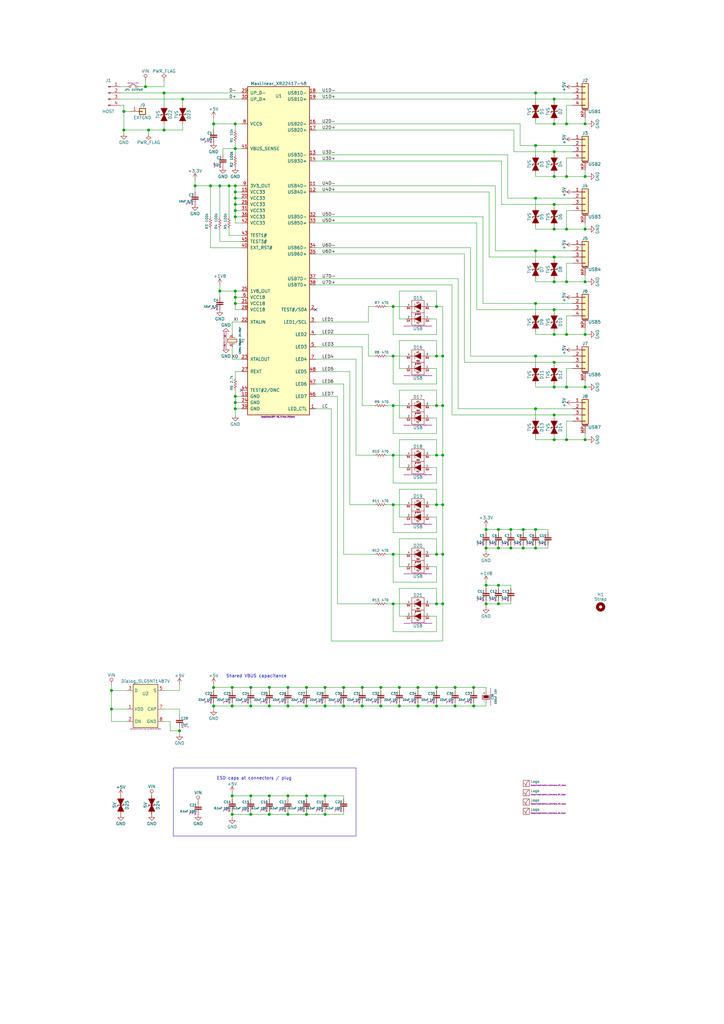
<source format=kicad_sch>
(kicad_sch (version 20250114) (generator "eeschema") (generator_version "9.0")
  (paper "A3" portrait)
  (title_block (title "StickHub") (company "Stefan Hamminga (https://rbts.co)"))
  (lib_symbols
    (symbol "Logo_2" (pin_numbers (hide yes)) (pin_names (offset 0) (hide yes))
      (property "Value" "Logo" (at 1.778 0.762 0))
      (property "Footprint" "Logo" (at 1.778 -0.762 0))
    )
    (symbol "Logo_3" (pin_numbers (hide yes)) (pin_names (offset 0) (hide yes))
      (property "Value" "Logo" (at 1.778 0.762 0))
      (property "Footprint" "Logo" (at 1.778 -0.762 0))
    )
    (symbol "RobotProtos:+1V8" (power) (pin_names (offset 0))
      (property "Value" "+1V8" (at 0 3.556 0))
      (symbol "+1V8_1_1"
        (pin power_in line (at 0 0 90) (length 0) (hide yes) (name "+1V8") (number "1"))
      )
    )
    (symbol "RobotProtos:+3.3V" (power) (pin_names (offset 0))
      (property "Value" "+3.3V" (at 0 3.556 0))
      (symbol "+3.3V_1_1"
        (pin power_in line (at 0 0 90) (length 0) (hide yes) (name "+3.3V") (number "1"))
      )
    )
    (symbol "RobotProtos:+5V" (power) (pin_names (offset 0))
      (property "Value" "+5V" (at 0 3.556 0))
      (symbol "+5V_1_1"
        (pin power_in line (at 0 0 90) (length 0) (hide yes) (name "+5V") (number "1"))
      )
    )
    (symbol "RobotProtos:CPsmall" (pin_numbers (hide yes)) (pin_names (offset 0))
      (property "Reference" "C" (at 2.667 0 90))
      (property "Value" "CPsmall" (at 3.937 0 90))
      (property "Footprint" "SH_Capacitors:CP_Elec_6.3x7.7" (at 1.905 0 90))
      (symbol "CPsmall_1_1"
        (pin passive line (at 0 2.54 270) (length 2.032) (name "+") (number "1"))
        (pin passive line (at 0 -2.54 90) (length 1.524) (name "-") (number "2"))
      )
    )
    (symbol "RobotProtos:Conn_01x01" (pin_names (offset 1.016) (hide yes))
      (property "Reference" "J" (at 0 2.54 0))
      (property "Value" "Conn_01x01" (at 0 -2.54 0))
      (symbol "Conn_01x01_1_1"
        (pin passive line (at -5.08 0 0) (length 3.81) (name "Pin_1") (number "1"))
      )
    )
    (symbol "RobotProtos:Conn_01x04_Male" (pin_names (offset 1.016) (hide yes))
      (property "Reference" "J" (at 0 5.08 0))
      (property "Value" "Conn_01x04_Male" (at 0 -7.62 0))
      (symbol "Conn_01x04_Male_1_1"
        (pin passive line (at 5.08 2.54 180) (length 3.81) (name "Pin_1") (number "1"))
        (pin passive line (at 5.08 0 180) (length 3.81) (name "Pin_2") (number "2"))
        (pin passive line (at 5.08 -2.54 180) (length 3.81) (name "Pin_3") (number "3"))
        (pin passive line (at 5.08 -5.08 180) (length 3.81) (name "Pin_4") (number "4"))
      )
    )
    (symbol "RobotProtos:Conn_01x04_MountingPin" (pin_names (offset 1.016) (hide yes))
      (property "Reference" "J" (at 0 5.08 0))
      (property "Value" "Conn_01x04_MountingPin" (at 1.27 -7.62 0))
      (symbol "Conn_01x04_MountingPin_1_1"
        (text "Mounting" (at 0 -6.731 0) (effects (font (size 0.381 0.381))))
        (pin passive line (at -5.08 2.54 0) (length 3.81) (name "Pin_1") (number "1"))
        (pin passive line (at -5.08 0 0) (length 3.81) (name "Pin_2") (number "2"))
        (pin passive line (at -5.08 -2.54 0) (length 3.81) (name "Pin_3") (number "3"))
        (pin passive line (at -5.08 -5.08 0) (length 3.81) (name "Pin_4") (number "4"))
        (pin passive line (at 0 -10.16 90) (length 3.048) (name "MountPin") (number "MP"))
      )
    )
    (symbol "RobotProtos:Crystal_small_4P" (pin_names (offset 0.0254) (hide yes))
      (property "Reference" "Y" (at 0 4.445 0))
      (property "Value" "Crystal_small_4P" (at 0 3.175 0))
      (property "Footprint" "Crystal:Crystal_4-SMD_2.5x2mm" (at 0 -3.302 0))
      (symbol "Crystal_small_4P_1_1"
        (pin passive line (at -2.54 0 0) (length 1.27) (name "~") (number "1"))
        (pin passive line (at -2.54 -2.54 0) (length 1.27) (name "GND") (number "2"))
        (pin passive line (at 2.54 0 180) (length 1.27) (name "~") (number "3"))
        (pin passive line (at 2.54 -2.54 180) (length 1.27) (name "GND") (number "4"))
      )
    )
    (symbol "RobotProtos:Csmall" (pin_numbers (hide yes)) (pin_names (offset 0.254))
      (property "Reference" "C" (at 0.508 1.27 0))
      (property "Value" "Csmall" (at 0.508 -1.27 0))
      (property "Voltage" "16V" (at 0.762 -2.032 0))
      (property "Tolerance" "10%" (at 2.286 -2.032 0))
      (property "Package" "1608" (at 0.762 -2.54 0))
      (property "Footprint_Density" "C" (at 3.556 -2.54 0))
      (property "Dielectric" "X7R" (at 3.302 -2.032 0))
      (symbol "Csmall_1_1"
        (pin passive line (at 0 2.54 270) (length 2.286) (name "~") (number "1"))
        (pin passive line (at 0 -2.54 90) (length 2.286) (name "~") (number "2"))
      )
    )
    (symbol "RobotProtos:D_TVS_Filled" (pin_numbers (hide yes)) (pin_names (offset 1.016) (hide yes))
      (property "Reference" "D" (at 0 2.54 0))
      (property "Value" "D_TVS_Filled" (at 0 -2.54 0))
      (symbol "D_TVS_Filled_1_1"
        (pin passive line (at -3.81 0 0) (length 2.54) (name "A1") (number "1"))
        (pin passive line (at 3.81 0 180) (length 2.54) (name "A2") (number "2"))
      )
    )
    (symbol "RobotProtos:Dialog_SLG5NT1487V"
      (property "Reference" "U" (at 0 3.81 0))
      (property "Value" "Dialog_SLG5NT1487V" (at 0 8.89 0))
      (property "Footprint" "Package_DFN_QFN:TDFN-8_1.5x2mm_Fused-Lead_JEDEC_MO-252_W2015D" (at 0 -10.668 0))
      (symbol "Dialog_SLG5NT1487V_1_1"
        (pin power_in line (at -7.62 5.08 0) (length 2.54) (name "D") (number "3"))
        (pin power_in line (at -7.62 -2.54 0) (length 2.54) (name "VDD") (number "1"))
        (pin input line (at -7.62 -7.62 0) (length 2.54) (name "ON") (number "2"))
        (pin power_out line (at 7.62 5.08 180) (length 2.54) (name "S") (number "5"))
        (pin input line (at 7.62 -2.54 180) (length 2.54) (name "CAP") (number "7"))
        (pin passive line (at 7.62 -7.62 180) (length 2.54) (name "GND") (number "8"))
      )
    )
    (symbol "RobotProtos:GND" (power) (pin_names (offset 0))
      (property "Value" "GND" (at 0 -3.81 0))
      (symbol "GND_1_1"
        (pin power_in line (at 0 0 270) (length 0) (hide yes) (name "GND") (number "1"))
      )
    )
    (symbol "RobotProtos:JUMPER" (pin_numbers (hide yes)) (pin_names (offset 0.762) (hide yes))
      (property "Reference" "JP" (at -1.27 -1.27 0))
      (property "Value" "JUMPER" (at -0.635 -1.27 0))
      (property "Footprint" "Connector_PinHeader_2.54mm:PinHeader_1x02_P2.54mm_Vertical" (at 0 1.524 0))
      (symbol "JUMPER_0_1"
        (pin passive line (at -2.54 0 0) (length 0.8128) (name "1") (number "1"))
        (pin passive line (at 2.54 0 180) (length 0.8128) (name "2") (number "2"))
      )
    )
    (symbol "RobotProtos:LED_DUAL_red_green" (pin_names (offset 0))
      (property "Reference" "D" (at 0 6.096 0))
      (property "Value" "LED_DUAL_red_green" (at 0 -6.477 0))
      (property "Footprint" "LED_SMD:Duo_LED_1.6x0.8_Kingbright_APHB1608LZGKSURKC" (at 0 -5.461 0))
      (symbol "LED_DUAL_red_green_0_0"
        (text "red" (at 0 0.635 0) (effects (font (size 0.6096 0.6096))))
        (text "green" (at 0 -0.508 0) (effects (font (size 0.6096 0.6096))))
      )
      (symbol "LED_DUAL_red_green_1_1"
        (pin passive line (at -5.08 2.54 0) (length 2.54) (name "4") (number "RK"))
        (pin passive line (at -5.08 -2.54 0) (length 2.54) (name "2") (number "GK"))
        (pin passive line (at 5.08 2.54 180) (length 2.54) (name "3") (number "RA"))
        (pin passive line (at 5.08 -2.54 180) (length 2.54) (name "1") (number "GA"))
      )
    )
    (symbol "RobotProtos:Logo" (pin_numbers (hide yes)) (pin_names (offset 0) (hide yes))
      (property "Value" "Logo" (at 1.778 0.762 0))
      (property "Footprint" "Logo" (at 1.778 -0.762 0))
    )
    (symbol "RobotProtos:MaxLinear_XR22417-48" (pin_names (offset 1.016))
      (property "Reference" "U" (at 0 59.69 0))
      (property "Value" "MaxLinear_XR22417-48" (at 0 64.77 0))
      (property "Footprint" "Package_QFP:LQFP-48_7x7mm_P0.5mm" (at 0 -70.612 0))
      (symbol "MaxLinear_XR22417-48_1_1"
        (pin bidirectional line (at -15.24 60.96 0) (length 2.54) (name "UP_D-") (number "29"))
        (pin bidirectional line (at -15.24 58.42 0) (length 2.54) (name "UP_D+") (number "30"))
        (pin power_in line (at -15.24 48.26 0) (length 2.54) (name "VCC5") (number "8"))
        (pin input line (at -15.24 38.1 0) (length 2.54) (name "VBUS_SENSE") (number "41"))
        (pin power_out line (at -15.24 22.86 0) (length 2.54) (name "3V3_OUT") (number "9"))
        (pin power_in line (at -15.24 20.32 0) (length 2.54) (name "VCC33") (number "15"))
        (pin power_in line (at -15.24 17.78 0) (length 2.54) (name "VCC33") (number "20"))
        (pin power_in line (at -15.24 15.24 0) (length 2.54) (name "VCC33") (number "26"))
        (pin power_in line (at -15.24 12.7 0) (length 2.54) (name "VCC33") (number "31"))
        (pin power_in line (at -15.24 10.16 0) (length 2.54) (name "VCC33") (number "36"))
        (pin power_in line (at -15.24 7.62 0) (length 2.54) (name "VCC33") (number "42"))
        (pin input line (at -15.24 2.54 0) (length 2.54) (name "TEST1#") (number "43"))
        (pin input line (at -15.24 0 0) (length 2.54) (name "TEST3#") (number "45"))
        (pin input line (at -15.24 -2.54 0) (length 2.54) (name "EXT_RST#") (number "40"))
        (pin power_out line (at -15.24 -20.32 0) (length 2.54) (name "1V8_OUT") (number "25"))
        (pin power_in line (at -15.24 -22.86 0) (length 2.54) (name "VCC18") (number "6"))
        (pin power_in line (at -15.24 -25.4 0) (length 2.54) (name "VCC18") (number "21"))
        (pin power_in line (at -15.24 -27.94 0) (length 2.54) (name "VCC18") (number "28"))
        (pin input line (at -15.24 -33.02 0) (length 2.54) (name "XTALIN") (number "22"))
        (pin output line (at -15.24 -48.26 0) (length 2.54) (name "XTALOUT") (number "23"))
        (pin input line (at -15.24 -53.34 0) (length 2.54) (name "REXT") (number "27"))
        (pin output line (at -15.24 -60.96 0) (length 2.54) (name "TEST#2/DNC") (number "44"))
        (pin passive line (at -15.24 -63.5 0) (length 2.54) (name "GND") (number "10"))
        (pin passive line (at -15.24 -66.04 0) (length 2.54) (name "GND") (number "24"))
        (pin passive line (at -15.24 -68.58 0) (length 2.54) (name "GND") (number "39"))
        (pin bidirectional line (at 15.24 60.96 180) (length 2.54) (name "USB1D-") (number "18"))
        (pin bidirectional line (at 15.24 58.42 180) (length 2.54) (name "USB1D+") (number "19"))
        (pin bidirectional line (at 15.24 48.26 180) (length 2.54) (name "USB2D-") (number "16"))
        (pin bidirectional line (at 15.24 45.72 180) (length 2.54) (name "USB2D+") (number "17"))
        (pin bidirectional line (at 15.24 35.56 180) (length 2.54) (name "USB3D-") (number "13"))
        (pin bidirectional line (at 15.24 33.02 180) (length 2.54) (name "USB3D+") (number "14"))
        (pin bidirectional line (at 15.24 22.86 180) (length 2.54) (name "USB4D-") (number "11"))
        (pin bidirectional line (at 15.24 20.32 180) (length 2.54) (name "USB4D+") (number "12"))
        (pin bidirectional line (at 15.24 10.16 180) (length 2.54) (name "USB5D-") (number "32"))
        (pin bidirectional line (at 15.24 7.62 180) (length 2.54) (name "USB5D+") (number "33"))
        (pin bidirectional line (at 15.24 -2.54 180) (length 2.54) (name "USB6D-") (number "34"))
        (pin bidirectional line (at 15.24 -5.08 180) (length 2.54) (name "USB6D+") (number "35"))
        (pin bidirectional line (at 15.24 -15.24 180) (length 2.54) (name "USB7D-") (number "37"))
        (pin bidirectional line (at 15.24 -17.78 180) (length 2.54) (name "USB7D+") (number "38"))
        (pin bidirectional line (at 15.24 -27.94 180) (length 2.54) (name "TEST#/SDA") (number "2"))
        (pin bidirectional line (at 15.24 -33.02 180) (length 2.54) (name "LED1/SCL") (number "3"))
        (pin output line (at 15.24 -38.1 180) (length 2.54) (name "LED2") (number "4"))
        (pin output line (at 15.24 -43.18 180) (length 2.54) (name "LED3") (number "5"))
        (pin output line (at 15.24 -48.26 180) (length 2.54) (name "LED4") (number "7"))
        (pin output line (at 15.24 -53.34 180) (length 2.54) (name "LED5") (number "48"))
        (pin output line (at 15.24 -58.42 180) (length 2.54) (name "LED6") (number "47"))
        (pin output line (at 15.24 -63.5 180) (length 2.54) (name "LED7") (number "46"))
        (pin output line (at 15.24 -68.58 180) (length 2.54) (name "LED_CTL") (number "1"))
      )
    )
    (symbol "RobotProtos:MountingHole" (pin_names (offset 1.016))
      (property "Reference" "H" (at 0 5.08 0))
      (property "Value" "MountingHole" (at 0 3.175 0))
    )
    (symbol "RobotProtos:PWR_FLAG" (power) (pin_numbers (hide yes)) (pin_names (offset 0) (hide yes))
      (property "Value" "PWR_FLAG" (at 0 3.81 0))
      (symbol "PWR_FLAG_0_0"
        (pin power_out line (at 0 0 90) (length 0) (name "pwr") (number "1"))
      )
    )
    (symbol "RobotProtos:RSMALL" (pin_numbers (hide yes)) (pin_names (offset 0))
      (property "Reference" "R" (at -1.524 -0.508 90))
      (property "Value" "RSMALL" (at -1.524 0.254 90))
      (symbol "RSMALL_1_1"
        (pin passive line (at 0 2.54 270) (length 0.508) (name "~") (number "1"))
        (pin passive line (at 0 -2.54 90) (length 0.508) (name "~") (number "2"))
      )
    )
    (symbol "RobotProtos:VIN" (power) (pin_names (offset 0))
      (property "Value" "VIN" (at 0 3.81 0))
      (symbol "VIN_1_1"
        (pin power_in line (at 0 0 90) (length 0) (hide yes) (name "VIN") (number "1"))
      )
    )
  )
  (text "ESD caps at connectors / plug" (at 88.9 320.04 0) (effects (font (size 1.27 1.27)) (justify left bottom)))
  (text "Shared VBUS capacitance" (at 92.71 278.13 0) (effects (font (size 1.27 1.27)) (justify left bottom)))
  (junction (at 240.03 115.57) (diameter 1.016))
  (junction (at 199.39 217.17) (diameter 1.016))
  (junction (at 87.63 50.8) (diameter 1.016))
  (junction (at 194.31 281.94) (diameter 1.016))
  (junction (at 227.33 158.75) (diameter 1.016))
  (junction (at 95.25 334.01) (diameter 1.016))
  (junction (at 96.52 83.82) (diameter 1.016))
  (junction (at 179.07 166.37) (diameter 1.016))
  (junction (at 90.17 119.38) (diameter 1.016))
  (junction (at 179.07 125.73) (diameter 1.016))
  (junction (at 110.49 334.01) (diameter 1.016))
  (junction (at 93.98 76.2) (diameter 1.016))
  (junction (at 133.35 281.94) (diameter 1.016))
  (junction (at 181.61 247.65) (diameter 1.016))
  (junction (at 96.52 124.46) (diameter 1.016))
  (junction (at 156.21 289.56) (diameter 1.016))
  (junction (at 227.33 50.8) (diameter 1.016))
  (junction (at 219.71 38.1) (diameter 1.016))
  (junction (at 219.71 167.64) (diameter 1.016))
  (junction (at 87.63 281.94) (diameter 1.016))
  (junction (at 204.47 224.79) (diameter 1.016))
  (junction (at 59.69 35.56) (diameter 1.016))
  (junction (at 161.29 186.69) (diameter 1.016))
  (junction (at 227.33 170.18) (diameter 1.016))
  (junction (at 179.07 186.69) (diameter 1.016))
  (junction (at 163.83 281.94) (diameter 1.016))
  (junction (at 95.25 281.94) (diameter 1.016))
  (junction (at 219.71 146.05) (diameter 1.016))
  (junction (at 240.03 158.75) (diameter 1.016))
  (junction (at 181.61 227.33) (diameter 1.016))
  (junction (at 181.61 186.69) (diameter 1.016))
  (junction (at 96.52 88.9) (diameter 1.016))
  (junction (at 125.73 281.94) (diameter 1.016))
  (junction (at 73.66 299.72) (diameter 1.016))
  (junction (at 240.03 72.39) (diameter 1.016))
  (junction (at 171.45 289.56) (diameter 1.016))
  (junction (at 96.52 167.64) (diameter 1.016))
  (junction (at 161.29 247.65) (diameter 1.016))
  (junction (at 219.71 102.87) (diameter 1.016))
  (junction (at 96.52 165.1) (diameter 1.016))
  (junction (at 186.69 281.94) (diameter 1.016))
  (junction (at 95.25 326.39) (diameter 1.016))
  (junction (at 227.33 148.59) (diameter 1.016))
  (junction (at 227.33 180.34) (diameter 1.016))
  (junction (at 219.71 217.17) (diameter 1.016))
  (junction (at 227.33 62.23) (diameter 1.016))
  (junction (at 199.39 240.03) (diameter 1.016))
  (junction (at 50.8 45.72) (diameter 1.016))
  (junction (at 219.71 224.79) (diameter 1.016))
  (junction (at 227.33 93.98) (diameter 1.016))
  (junction (at 227.33 115.57) (diameter 1.016))
  (junction (at 118.11 334.01) (diameter 1.016))
  (junction (at 50.8 53.34) (diameter 1.016))
  (junction (at 163.83 289.56) (diameter 1.016))
  (junction (at 209.55 217.17) (diameter 1.016))
  (junction (at 96.52 76.2) (diameter 1.016))
  (junction (at 96.52 162.56) (diameter 1.016))
  (junction (at 102.87 334.01) (diameter 1.016))
  (junction (at 219.71 81.28) (diameter 1.016))
  (junction (at 74.93 40.64) (diameter 1.016))
  (junction (at 96.52 60.96) (diameter 1.016))
  (junction (at 118.11 289.56) (diameter 1.016))
  (junction (at 227.33 137.16) (diameter 1.016))
  (junction (at 60.96 53.34) (diameter 1.016))
  (junction (at 219.71 59.69) (diameter 1.016))
  (junction (at 161.29 227.33) (diameter 1.016))
  (junction (at 204.47 247.65) (diameter 1.016))
  (junction (at 156.21 281.94) (diameter 1.016))
  (junction (at 199.39 224.79) (diameter 1.016))
  (junction (at 45.72 283.21) (diameter 1.016))
  (junction (at 161.29 125.73) (diameter 1.016))
  (junction (at 110.49 281.94) (diameter 1.016))
  (junction (at 110.49 326.39) (diameter 1.016))
  (junction (at 102.87 289.56) (diameter 1.016))
  (junction (at 133.35 289.56) (diameter 1.016))
  (junction (at 214.63 217.17) (diameter 1.016))
  (junction (at 133.35 334.01) (diameter 1.016))
  (junction (at 95.25 289.56) (diameter 1.016))
  (junction (at 45.72 290.83) (diameter 1.016))
  (junction (at 96.52 86.36) (diameter 1.016))
  (junction (at 240.03 50.8) (diameter 1.016))
  (junction (at 199.39 247.65) (diameter 1.016))
  (junction (at 232.41 72.39) (diameter 1.016))
  (junction (at 181.61 207.01) (diameter 1.016))
  (junction (at 161.29 207.01) (diameter 1.016))
  (junction (at 80.01 76.2) (diameter 1.016))
  (junction (at 161.29 166.37) (diameter 1.016))
  (junction (at 240.03 93.98) (diameter 1.016))
  (junction (at 227.33 105.41) (diameter 1.016))
  (junction (at 194.31 289.56) (diameter 1.016))
  (junction (at 102.87 326.39) (diameter 1.016))
  (junction (at 96.52 50.8) (diameter 1.016))
  (junction (at 125.73 326.39) (diameter 1.016))
  (junction (at 232.41 50.8) (diameter 1.016))
  (junction (at 96.52 81.28) (diameter 1.016))
  (junction (at 227.33 72.39) (diameter 1.016))
  (junction (at 214.63 224.79) (diameter 1.016))
  (junction (at 204.47 217.17) (diameter 1.016))
  (junction (at 148.59 281.94) (diameter 1.016))
  (junction (at 110.49 289.56) (diameter 1.016))
  (junction (at 148.59 289.56) (diameter 1.016))
  (junction (at 87.63 289.56) (diameter 1.016))
  (junction (at 179.07 146.05) (diameter 1.016))
  (junction (at 232.41 93.98) (diameter 1.016))
  (junction (at 67.31 38.1) (diameter 1.016))
  (junction (at 181.61 166.37) (diameter 1.016))
  (junction (at 181.61 146.05) (diameter 1.016))
  (junction (at 125.73 289.56) (diameter 1.016))
  (junction (at 219.71 124.46) (diameter 1.016))
  (junction (at 232.41 158.75) (diameter 1.016))
  (junction (at 204.47 240.03) (diameter 1.016))
  (junction (at 232.41 180.34) (diameter 1.016))
  (junction (at 118.11 326.39) (diameter 1.016))
  (junction (at 118.11 281.94) (diameter 1.016))
  (junction (at 179.07 281.94) (diameter 1.016))
  (junction (at 96.52 78.74) (diameter 1.016))
  (junction (at 186.69 289.56) (diameter 1.016))
  (junction (at 227.33 40.64) (diameter 1.016))
  (junction (at 240.03 137.16) (diameter 1.016))
  (junction (at 67.31 53.34) (diameter 1.016))
  (junction (at 179.07 227.33) (diameter 1.016))
  (junction (at 96.52 119.38) (diameter 1.016))
  (junction (at 179.07 207.01) (diameter 1.016))
  (junction (at 227.33 127) (diameter 1.016))
  (junction (at 179.07 247.65) (diameter 1.016))
  (junction (at 161.29 146.05) (diameter 1.016))
  (junction (at 140.97 289.56) (diameter 1.016))
  (junction (at 140.97 281.94) (diameter 1.016))
  (junction (at 227.33 83.82) (diameter 1.016))
  (junction (at 125.73 334.01) (diameter 1.016))
  (junction (at 86.36 76.2) (diameter 1.016))
  (junction (at 133.35 326.39) (diameter 1.016))
  (junction (at 240.03 180.34) (diameter 1.016))
  (junction (at 179.07 289.56) (diameter 1.016))
  (junction (at 209.55 224.79) (diameter 1.016))
  (junction (at 96.52 121.92) (diameter 1.016))
  (junction (at 232.41 115.57) (diameter 1.016))
  (junction (at 90.17 76.2) (diameter 1.016))
  (junction (at 232.41 137.16) (diameter 1.016))
  (junction (at 102.87 281.94) (diameter 1.016))
  (junction (at 171.45 281.94) (diameter 1.016))
  (no_connect (at 99.06 160.02))
  (no_connect (at 129.54 127))
  (wire (pts (xy 240.03 158.75) (xy 241.3 158.75)))
  (wire (pts (xy 95.25 332.74) (xy 95.25 334.01)))
  (wire (pts (xy 179.07 146.05) (xy 176.53 146.05)))
  (wire (pts (xy 102.87 288.29) (xy 102.87 289.56)))
  (wire (pts (xy 219.71 167.64) (xy 219.71 171.45)))
  (wire (pts (xy 179.07 191.77) (xy 179.07 198.12)))
  (wire (pts (xy 204.47 223.52) (xy 204.47 224.79)))
  (wire (pts (xy 110.49 334.01) (xy 118.11 334.01)))
  (wire (pts (xy 166.37 171.45) (xy 163.83 171.45)))
  (wire (pts (xy 181.61 247.65) (xy 179.07 247.65)))
  (wire (pts (xy 179.07 252.73) (xy 179.07 259.08)))
  (wire (pts (xy 219.71 124.46) (xy 219.71 128.27)))
  (wire (pts (xy 96.52 91.44) (xy 99.06 91.44)))
  (wire (pts (xy 179.07 125.73) (xy 176.53 125.73)))
  (wire (pts (xy 204.47 217.17) (xy 204.47 218.44)))
  (wire (pts (xy 176.53 171.45) (xy 179.07 171.45)))
  (wire (pts (xy 73.66 298.45) (xy 73.66 299.72)))
  (wire (pts (xy 195.58 127) (xy 227.33 127)))
  (wire (pts (xy 219.71 81.28) (xy 219.71 85.09)))
  (wire (pts (xy 158.75 207.01) (xy 161.29 207.01)))
  (wire (pts (xy 194.31 281.94) (xy 194.31 283.21)))
  (wire (pts (xy 198.12 88.9) (xy 198.12 124.46)))
  (wire (pts (xy 232.41 115.57) (xy 240.03 115.57)))
  (wire (pts (xy 219.71 102.87) (xy 234.95 102.87)))
  (wire (pts (xy 219.71 49.53) (xy 219.71 50.8)))
  (wire (pts (xy 214.63 224.79) (xy 219.71 224.79)))
  (wire (pts (xy 161.29 227.33) (xy 166.37 227.33)))
  (wire (pts (xy 158.75 125.73) (xy 161.29 125.73)))
  (wire (pts (xy 102.87 326.39) (xy 102.87 327.66)))
  (wire (pts (xy 227.33 137.16) (xy 232.41 137.16)))
  (wire (pts (xy 179.07 241.3) (xy 179.07 247.65)))
  (wire (pts (xy 219.71 224.79) (xy 224.79 224.79)))
  (wire (pts (xy 86.36 101.6) (xy 99.06 101.6)))
  (wire (pts (xy 91.44 60.96) (xy 91.44 63.5)))
  (wire (pts (xy 49.53 38.1) (xy 67.31 38.1)))
  (wire (pts (xy 140.97 334.01) (xy 140.97 332.74)))
  (wire (pts (xy 227.33 40.64) (xy 227.33 41.91)))
  (wire (pts (xy 133.35 326.39) (xy 133.35 327.66)))
  (wire (pts (xy 45.72 283.21) (xy 45.72 290.83)))
  (wire (pts (xy 181.61 262.89) (xy 135.89 262.89)))
  (wire (pts (xy 199.39 240.03) (xy 204.47 240.03)))
  (wire (pts (xy 161.29 247.65) (xy 166.37 247.65)))
  (wire (pts (xy 234.95 86.36) (xy 232.41 86.36)))
  (wire (pts (xy 73.66 299.72) (xy 73.66 300.99)))
  (wire (pts (xy 227.33 83.82) (xy 234.95 83.82)))
  (wire (pts (xy 125.73 289.56) (xy 125.73 288.29)))
  (wire (pts (xy 186.69 281.94) (xy 186.69 283.21)))
  (wire (pts (xy 158.75 166.37) (xy 161.29 166.37)))
  (wire (pts (xy 110.49 281.94) (xy 118.11 281.94)))
  (wire (pts (xy 234.95 107.95) (xy 232.41 107.95)))
  (wire (pts (xy 90.17 119.38) (xy 90.17 121.92)))
  (wire (pts (xy 99.06 99.06) (xy 90.17 99.06)))
  (wire (pts (xy 90.17 116.84) (xy 90.17 119.38)))
  (wire (pts (xy 234.95 172.72) (xy 232.41 172.72)))
  (wire (pts (xy 49.53 40.64) (xy 74.93 40.64)))
  (wire (pts (xy 209.55 247.65) (xy 209.55 246.38)))
  (wire (pts (xy 99.06 152.4) (xy 96.52 152.4)))
  (wire (pts (xy 204.47 246.38) (xy 204.47 247.65)))
  (wire (pts (xy 102.87 289.56) (xy 110.49 289.56)))
  (wire (pts (xy 50.8 43.18) (xy 50.8 45.72)))
  (wire (pts (xy 199.39 217.17) (xy 199.39 218.44)))
  (wire (pts (xy 204.47 247.65) (xy 209.55 247.65)))
  (wire (pts (xy 179.07 281.94) (xy 179.07 283.21)))
  (wire (pts (xy 125.73 326.39) (xy 125.73 327.66)))
  (wire (pts (xy 93.98 93.98) (xy 93.98 96.52)))
  (wire (pts (xy 148.59 281.94) (xy 156.21 281.94)))
  (wire (pts (xy 199.39 281.94) (xy 199.39 283.21)))
  (wire (pts (xy 118.11 332.74) (xy 118.11 334.01)))
  (wire (pts (xy 227.33 170.18) (xy 234.95 170.18)))
  (wire (pts (xy 96.52 124.46) (xy 99.06 124.46)))
  (wire (pts (xy 203.2 102.87) (xy 219.71 102.87)))
  (wire (pts (xy 125.73 326.39) (xy 133.35 326.39)))
  (wire (pts (xy 93.98 96.52) (xy 99.06 96.52)))
  (wire (pts (xy 129.54 104.14) (xy 190.5 104.14)))
  (wire (pts (xy 224.79 217.17) (xy 219.71 217.17)))
  (wire (pts (xy 118.11 281.94) (xy 125.73 281.94)))
  (wire (pts (xy 163.83 281.94) (xy 171.45 281.94)))
  (wire (pts (xy 234.95 64.77) (xy 232.41 64.77)))
  (wire (pts (xy 232.41 93.98) (xy 240.03 93.98)))
  (wire (pts (xy 219.71 72.39) (xy 227.33 72.39)))
  (wire (pts (xy 210.82 53.34) (xy 210.82 62.23)))
  (wire (pts (xy 186.69 289.56) (xy 186.69 288.29)))
  (wire (pts (xy 213.36 50.8) (xy 213.36 59.69)))
  (wire (pts (xy 179.07 139.7) (xy 179.07 146.05)))
  (wire (pts (xy 163.83 130.81) (xy 163.83 119.38)))
  (wire (pts (xy 161.29 166.37) (xy 166.37 166.37)))
  (wire (pts (xy 60.96 53.34) (xy 60.96 54.61)))
  (wire (pts (xy 87.63 289.56) (xy 87.63 290.83)))
  (wire (pts (xy 158.75 247.65) (xy 161.29 247.65)))
  (wire (pts (xy 129.54 132.08) (xy 151.13 132.08)))
  (wire (pts (xy 193.04 101.6) (xy 193.04 146.05)))
  (wire (pts (xy 193.04 146.05) (xy 219.71 146.05)))
  (wire (pts (xy 67.31 290.83) (xy 73.66 290.83)))
  (wire (pts (xy 102.87 334.01) (xy 110.49 334.01)))
  (wire (pts (xy 80.01 76.2) (xy 86.36 76.2)))
  (wire (pts (xy 96.52 86.36) (xy 96.52 88.9)))
  (wire (pts (xy 133.35 288.29) (xy 133.35 289.56)))
  (wire (pts (xy 181.61 227.33) (xy 181.61 247.65)))
  (wire (pts (xy 87.63 48.26) (xy 87.63 50.8)))
  (wire (pts (xy 158.75 186.69) (xy 161.29 186.69)))
  (wire (pts (xy 140.97 289.56) (xy 140.97 288.29)))
  (wire (pts (xy 125.73 281.94) (xy 125.73 283.21)))
  (wire (pts (xy 194.31 289.56) (xy 194.31 288.29)))
  (wire (pts (xy 232.41 172.72) (xy 232.41 180.34)))
  (wire (pts (xy 181.61 125.73) (xy 181.61 146.05)))
  (wire (pts (xy 96.52 88.9) (xy 96.52 91.44)))
  (wire (pts (xy 232.41 64.77) (xy 232.41 72.39)))
  (wire (pts (xy 163.83 180.34) (xy 179.07 180.34)))
  (wire (pts (xy 232.41 137.16) (xy 240.03 137.16)))
  (polyline (pts (xy 146.05 342.9) (xy 71.12 342.9)) (stroke (width 0) (type solid)))
  (wire (pts (xy 227.33 127) (xy 227.33 128.27)))
  (wire (pts (xy 45.72 290.83) (xy 52.07 290.83)))
  (wire (pts (xy 148.59 289.56) (xy 156.21 289.56)))
  (wire (pts (xy 67.31 38.1) (xy 99.06 38.1)))
  (wire (pts (xy 199.39 247.65) (xy 199.39 248.92)))
  (wire (pts (xy 179.07 281.94) (xy 186.69 281.94)))
  (wire (pts (xy 74.93 40.64) (xy 74.93 43.18)))
  (wire (pts (xy 232.41 50.8) (xy 240.03 50.8)))
  (wire (pts (xy 129.54 116.84) (xy 185.42 116.84)))
  (wire (pts (xy 95.25 326.39) (xy 95.25 327.66)))
  (wire (pts (xy 199.39 240.03) (xy 199.39 241.3)))
  (wire (pts (xy 227.33 148.59) (xy 227.33 149.86)))
  (wire (pts (xy 204.47 224.79) (xy 209.55 224.79)))
  (wire (pts (xy 161.29 207.01) (xy 166.37 207.01)))
  (wire (pts (xy 227.33 83.82) (xy 227.33 85.09)))
  (wire (pts (xy 219.71 217.17) (xy 219.71 218.44)))
  (wire (pts (xy 204.47 240.03) (xy 209.55 240.03)))
  (wire (pts (xy 95.25 325.12) (xy 95.25 326.39)))
  (wire (pts (xy 219.71 124.46) (xy 234.95 124.46)))
  (wire (pts (xy 143.51 152.4) (xy 143.51 207.01)))
  (wire (pts (xy 129.54 137.16) (xy 151.13 137.16)))
  (wire (pts (xy 163.83 220.98) (xy 179.07 220.98)))
  (wire (pts (xy 227.33 170.18) (xy 227.33 171.45)))
  (wire (pts (xy 129.54 76.2) (xy 203.2 76.2)))
  (wire (pts (xy 199.39 247.65) (xy 204.47 247.65)))
  (wire (pts (xy 227.33 62.23) (xy 234.95 62.23)))
  (wire (pts (xy 176.53 151.13) (xy 179.07 151.13)))
  (wire (pts (xy 140.97 227.33) (xy 153.67 227.33)))
  (wire (pts (xy 209.55 217.17) (xy 204.47 217.17)))
  (wire (pts (xy 125.73 334.01) (xy 133.35 334.01)))
  (wire (pts (xy 69.85 295.91) (xy 69.85 299.72)))
  (wire (pts (xy 166.37 232.41) (xy 163.83 232.41)))
  (wire (pts (xy 96.52 162.56) (xy 96.52 165.1)))
  (wire (pts (xy 199.39 223.52) (xy 199.39 224.79)))
  (wire (pts (xy 240.03 93.98) (xy 240.03 91.44)))
  (wire (pts (xy 163.83 289.56) (xy 171.45 289.56)))
  (wire (pts (xy 219.71 59.69) (xy 234.95 59.69)))
  (polyline (pts (xy 71.12 314.96) (xy 146.05 314.96)) (stroke (width 0) (type solid)))
  (wire (pts (xy 95.25 288.29) (xy 95.25 289.56)))
  (wire (pts (xy 45.72 280.67) (xy 45.72 283.21)))
  (wire (pts (xy 87.63 289.56) (xy 95.25 289.56)))
  (wire (pts (xy 176.53 130.81) (xy 179.07 130.81)))
  (wire (pts (xy 96.52 124.46) (xy 96.52 121.92)))
  (wire (pts (xy 179.07 238.76) (xy 161.29 238.76)))
  (wire (pts (xy 140.97 281.94) (xy 140.97 283.21)))
  (wire (pts (xy 227.33 114.3) (xy 227.33 115.57)))
  (wire (pts (xy 96.52 83.82) (xy 99.06 83.82)))
  (wire (pts (xy 96.52 167.64) (xy 96.52 170.18)))
  (wire (pts (xy 95.25 137.16) (xy 95.25 132.08)))
  (wire (pts (xy 69.85 299.72) (xy 73.66 299.72)))
  (wire (pts (xy 214.63 217.17) (xy 209.55 217.17)))
  (wire (pts (xy 181.61 186.69) (xy 181.61 207.01)))
  (wire (pts (xy 227.33 157.48) (xy 227.33 158.75)))
  (wire (pts (xy 166.37 130.81) (xy 163.83 130.81)))
  (wire (pts (xy 129.54 53.34) (xy 210.82 53.34)))
  (wire (pts (xy 161.29 198.12) (xy 161.29 186.69)))
  (wire (pts (xy 125.73 289.56) (xy 133.35 289.56)))
  (wire (pts (xy 219.71 146.05) (xy 234.95 146.05)))
  (wire (pts (xy 110.49 326.39) (xy 118.11 326.39)))
  (wire (pts (xy 67.31 38.1) (xy 67.31 43.18)))
  (wire (pts (xy 219.71 157.48) (xy 219.71 158.75)))
  (wire (pts (xy 138.43 247.65) (xy 153.67 247.65)))
  (wire (pts (xy 181.61 146.05) (xy 181.61 166.37)))
  (wire (pts (xy 176.53 191.77) (xy 179.07 191.77)))
  (wire (pts (xy 96.52 76.2) (xy 99.06 76.2)))
  (wire (pts (xy 219.71 223.52) (xy 219.71 224.79)))
  (wire (pts (xy 146.05 147.32) (xy 146.05 186.69)))
  (wire (pts (xy 99.06 127) (xy 96.52 127)))
  (wire (pts (xy 179.07 146.05) (xy 181.61 146.05)))
  (wire (pts (xy 129.54 88.9) (xy 198.12 88.9)))
  (wire (pts (xy 240.03 72.39) (xy 240.03 69.85)))
  (wire (pts (xy 199.39 224.79) (xy 199.39 226.06)))
  (wire (pts (xy 151.13 125.73) (xy 151.13 132.08)))
  (wire (pts (xy 179.07 151.13) (xy 179.07 157.48)))
  (wire (pts (xy 67.31 33.02) (xy 67.31 35.56)))
  (wire (pts (xy 67.31 35.56) (xy 59.69 35.56)))
  (wire (pts (xy 199.39 288.29) (xy 199.39 289.56)))
  (wire (pts (xy 194.31 281.94) (xy 199.39 281.94)))
  (wire (pts (xy 96.52 60.96) (xy 96.52 63.5)))
  (wire (pts (xy 110.49 332.74) (xy 110.49 334.01)))
  (wire (pts (xy 96.52 165.1) (xy 99.06 165.1)))
  (wire (pts (xy 96.52 83.82) (xy 96.52 86.36)))
  (wire (pts (xy 96.52 121.92) (xy 96.52 119.38)))
  (wire (pts (xy 181.61 207.01) (xy 181.61 227.33)))
  (wire (pts (xy 240.03 115.57) (xy 241.3 115.57)))
  (wire (pts (xy 129.54 152.4) (xy 143.51 152.4)))
  (wire (pts (xy 240.03 50.8) (xy 240.03 48.26)))
  (wire (pts (xy 219.71 114.3) (xy 219.71 115.57)))
  (wire (pts (xy 96.52 121.92) (xy 99.06 121.92)))
  (wire (pts (xy 161.29 146.05) (xy 166.37 146.05)))
  (wire (pts (xy 118.11 334.01) (xy 125.73 334.01)))
  (wire (pts (xy 87.63 50.8) (xy 87.63 53.34)))
  (wire (pts (xy 179.07 166.37) (xy 181.61 166.37)))
  (wire (pts (xy 190.5 148.59) (xy 227.33 148.59)))
  (wire (pts (xy 90.17 76.2) (xy 93.98 76.2)))
  (wire (pts (xy 151.13 146.05) (xy 153.67 146.05)))
  (wire (pts (xy 90.17 88.9) (xy 90.17 76.2)))
  (wire (pts (xy 96.52 119.38) (xy 99.06 119.38)))
  (wire (pts (xy 148.59 288.29) (xy 148.59 289.56)))
  (wire (pts (xy 204.47 240.03) (xy 204.47 241.3)))
  (wire (pts (xy 163.83 151.13) (xy 163.83 139.7)))
  (wire (pts (xy 96.52 152.4) (xy 96.52 154.94)))
  (wire (pts (xy 219.71 92.71) (xy 219.71 93.98)))
  (wire (pts (xy 135.89 262.89) (xy 135.89 167.64)))
  (wire (pts (xy 179.07 207.01) (xy 176.53 207.01)))
  (wire (pts (xy 209.55 223.52) (xy 209.55 224.79)))
  (wire (pts (xy 80.01 76.2) (xy 80.01 78.74)))
  (wire (pts (xy 96.52 60.96) (xy 91.44 60.96)))
  (wire (pts (xy 219.71 115.57) (xy 227.33 115.57)))
  (wire (pts (xy 200.66 78.74) (xy 200.66 105.41)))
  (wire (pts (xy 50.8 53.34) (xy 50.8 54.61)))
  (wire (pts (xy 161.29 177.8) (xy 161.29 166.37)))
  (wire (pts (xy 129.54 78.74) (xy 200.66 78.74)))
  (wire (pts (xy 129.54 162.56) (xy 138.43 162.56)))
  (wire (pts (xy 179.07 220.98) (xy 179.07 227.33)))
  (wire (pts (xy 95.25 147.32) (xy 99.06 147.32)))
  (wire (pts (xy 86.36 88.9) (xy 86.36 76.2)))
  (wire (pts (xy 73.66 290.83) (xy 73.66 293.37)))
  (wire (pts (xy 185.42 116.84) (xy 185.42 170.18)))
  (wire (pts (xy 156.21 281.94) (xy 156.21 283.21)))
  (wire (pts (xy 219.71 179.07) (xy 219.71 180.34)))
  (wire (pts (xy 179.07 157.48) (xy 161.29 157.48)))
  (wire (pts (xy 95.25 142.24) (xy 95.25 147.32)))
  (wire (pts (xy 125.73 332.74) (xy 125.73 334.01)))
  (wire (pts (xy 129.54 63.5) (xy 208.28 63.5)))
  (wire (pts (xy 125.73 281.94) (xy 133.35 281.94)))
  (wire (pts (xy 227.33 179.07) (xy 227.33 180.34)))
  (wire (pts (xy 96.52 160.02) (xy 96.52 162.56)))
  (wire (pts (xy 214.63 217.17) (xy 214.63 218.44)))
  (wire (pts (xy 234.95 151.13) (xy 232.41 151.13)))
  (wire (pts (xy 59.69 35.56) (xy 59.69 33.02)))
  (wire (pts (xy 129.54 50.8) (xy 213.36 50.8)))
  (wire (pts (xy 129.54 114.3) (xy 187.96 114.3)))
  (wire (pts (xy 208.28 63.5) (xy 208.28 81.28)))
  (wire (pts (xy 87.63 280.67) (xy 87.63 281.94)))
  (wire (pts (xy 90.17 99.06) (xy 90.17 93.98)))
  (wire (pts (xy 179.07 198.12) (xy 161.29 198.12)))
  (wire (pts (xy 219.71 217.17) (xy 214.63 217.17)))
  (wire (pts (xy 179.07 207.01) (xy 181.61 207.01)))
  (wire (pts (xy 219.71 102.87) (xy 219.71 106.68)))
  (wire (pts (xy 227.33 127) (xy 234.95 127)))
  (wire (pts (xy 195.58 91.44) (xy 195.58 127)))
  (wire (pts (xy 95.25 334.01) (xy 95.25 335.28)))
  (wire (pts (xy 227.33 93.98) (xy 232.41 93.98)))
  (wire (pts (xy 153.67 125.73) (xy 151.13 125.73)))
  (wire (pts (xy 140.97 326.39) (xy 140.97 327.66)))
  (wire (pts (xy 186.69 281.94) (xy 194.31 281.94)))
  (wire (pts (xy 96.52 50.8) (xy 99.06 50.8)))
  (wire (pts (xy 133.35 334.01) (xy 140.97 334.01)))
  (wire (pts (xy 240.03 137.16) (xy 240.03 134.62)))
  (wire (pts (xy 133.35 281.94) (xy 140.97 281.94)))
  (wire (pts (xy 86.36 76.2) (xy 90.17 76.2)))
  (wire (pts (xy 95.25 289.56) (xy 102.87 289.56)))
  (wire (pts (xy 143.51 207.01) (xy 153.67 207.01)))
  (wire (pts (xy 102.87 281.94) (xy 110.49 281.94)))
  (wire (pts (xy 186.69 289.56) (xy 194.31 289.56)))
  (wire (pts (xy 129.54 40.64) (xy 227.33 40.64)))
  (wire (pts (xy 163.83 160.02) (xy 179.07 160.02)))
  (wire (pts (xy 110.49 288.29) (xy 110.49 289.56)))
  (wire (pts (xy 219.71 180.34) (xy 227.33 180.34)))
  (wire (pts (xy 45.72 283.21) (xy 52.07 283.21)))
  (wire (pts (xy 67.31 53.34) (xy 74.93 53.34)))
  (wire (pts (xy 219.71 50.8) (xy 227.33 50.8)))
  (wire (pts (xy 219.71 59.69) (xy 219.71 63.5)))
  (wire (pts (xy 227.33 115.57) (xy 232.41 115.57)))
  (wire (pts (xy 227.33 50.8) (xy 232.41 50.8)))
  (wire (pts (xy 240.03 180.34) (xy 241.3 180.34)))
  (wire (pts (xy 219.71 81.28) (xy 234.95 81.28)))
  (wire (pts (xy 96.52 81.28) (xy 96.52 83.82)))
  (wire (pts (xy 96.52 127) (xy 96.52 124.46)))
  (wire (pts (xy 140.97 281.94) (xy 148.59 281.94)))
  (wire (pts (xy 227.33 180.34) (xy 232.41 180.34)))
  (wire (pts (xy 87.63 281.94) (xy 87.63 283.21)))
  (wire (pts (xy 133.35 289.56) (xy 140.97 289.56)))
  (wire (pts (xy 227.33 49.53) (xy 227.33 50.8)))
  (wire (pts (xy 179.07 166.37) (xy 176.53 166.37)))
  (wire (pts (xy 161.29 238.76) (xy 161.29 227.33)))
  (wire (pts (xy 133.35 326.39) (xy 140.97 326.39)))
  (wire (pts (xy 52.07 295.91) (xy 45.72 295.91)))
  (wire (pts (xy 158.75 146.05) (xy 161.29 146.05)))
  (wire (pts (xy 86.36 101.6) (xy 86.36 93.98)))
  (wire (pts (xy 45.72 295.91) (xy 45.72 290.83)))
  (wire (pts (xy 234.95 43.18) (xy 232.41 43.18)))
  (wire (pts (xy 133.35 332.74) (xy 133.35 334.01)))
  (wire (pts (xy 179.07 186.69) (xy 176.53 186.69)))
  (wire (pts (xy 163.83 171.45) (xy 163.83 160.02)))
  (wire (pts (xy 232.41 107.95) (xy 232.41 115.57)))
  (wire (pts (xy 227.33 40.64) (xy 234.95 40.64)))
  (wire (pts (xy 96.52 78.74) (xy 96.52 76.2)))
  (wire (pts (xy 96.52 81.28) (xy 99.06 81.28)))
  (wire (pts (xy 232.41 151.13) (xy 232.41 158.75)))
  (wire (pts (xy 135.89 167.64) (xy 129.54 167.64)))
  (wire (pts (xy 163.83 252.73) (xy 163.83 241.3)))
  (wire (pts (xy 99.06 78.74) (xy 96.52 78.74)))
  (wire (pts (xy 179.07 137.16) (xy 161.29 137.16)))
  (wire (pts (xy 240.03 180.34) (xy 240.03 177.8)))
  (wire (pts (xy 96.52 88.9) (xy 99.06 88.9)))
  (wire (pts (xy 199.39 246.38) (xy 199.39 247.65)))
  (wire (pts (xy 171.45 281.94) (xy 179.07 281.94)))
  (wire (pts (xy 138.43 162.56) (xy 138.43 247.65)))
  (wire (pts (xy 163.83 212.09) (xy 163.83 200.66)))
  (wire (pts (xy 232.41 158.75) (xy 240.03 158.75)))
  (wire (pts (xy 118.11 326.39) (xy 118.11 327.66)))
  (wire (pts (xy 99.06 60.96) (xy 96.52 60.96)))
  (wire (pts (xy 50.8 45.72) (xy 50.8 53.34)))
  (wire (pts (xy 179.07 125.73) (xy 181.61 125.73)))
  (wire (pts (xy 161.29 125.73) (xy 166.37 125.73)))
  (wire (pts (xy 179.07 289.56) (xy 171.45 289.56)))
  (wire (pts (xy 171.45 289.56) (xy 171.45 288.29)))
  (wire (pts (xy 179.07 180.34) (xy 179.07 186.69)))
  (wire (pts (xy 163.83 200.66) (xy 179.07 200.66)))
  (polyline (pts (xy 146.05 314.96) (xy 146.05 342.9)) (stroke (width 0) (type solid)))
  (wire (pts (xy 209.55 217.17) (xy 209.55 218.44)))
  (wire (pts (xy 50.8 45.72) (xy 53.34 45.72)))
  (wire (pts (xy 163.83 281.94) (xy 163.83 283.21)))
  (wire (pts (xy 87.63 288.29) (xy 87.63 289.56)))
  (wire (pts (xy 67.31 295.91) (xy 69.85 295.91)))
  (wire (pts (xy 179.07 186.69) (xy 181.61 186.69)))
  (wire (pts (xy 219.71 38.1) (xy 219.71 41.91)))
  (wire (pts (xy 95.25 326.39) (xy 102.87 326.39)))
  (wire (pts (xy 227.33 135.89) (xy 227.33 137.16)))
  (wire (pts (xy 219.71 135.89) (xy 219.71 137.16)))
  (wire (pts (xy 234.95 129.54) (xy 232.41 129.54)))
  (wire (pts (xy 187.96 167.64) (xy 219.71 167.64)))
  (wire (pts (xy 158.75 227.33) (xy 161.29 227.33)))
  (wire (pts (xy 227.33 105.41) (xy 234.95 105.41)))
  (wire (pts (xy 224.79 224.79) (xy 224.79 223.52)))
  (wire (pts (xy 74.93 40.64) (xy 99.06 40.64)))
  (wire (pts (xy 163.83 289.56) (xy 163.83 288.29)))
  (wire (pts (xy 95.25 334.01) (xy 102.87 334.01)))
  (wire (pts (xy 179.07 227.33) (xy 176.53 227.33)))
  (wire (pts (xy 67.31 283.21) (xy 73.66 283.21)))
  (wire (pts (xy 213.36 59.69) (xy 219.71 59.69)))
  (wire (pts (xy 198.12 124.46) (xy 219.71 124.46)))
  (wire (pts (xy 163.83 139.7) (xy 179.07 139.7)))
  (wire (pts (xy 179.07 288.29) (xy 179.07 289.56)))
  (wire (pts (xy 146.05 186.69) (xy 153.67 186.69)))
  (wire (pts (xy 166.37 191.77) (xy 163.83 191.77)))
  (wire (pts (xy 102.87 332.74) (xy 102.87 334.01)))
  (wire (pts (xy 163.83 232.41) (xy 163.83 220.98)))
  (wire (pts (xy 179.07 289.56) (xy 186.69 289.56)))
  (wire (pts (xy 205.74 83.82) (xy 227.33 83.82)))
  (wire (pts (xy 166.37 212.09) (xy 163.83 212.09)))
  (wire (pts (xy 166.37 151.13) (xy 163.83 151.13)))
  (wire (pts (xy 57.15 35.56) (xy 59.69 35.56)))
  (wire (pts (xy 96.52 162.56) (xy 99.06 162.56)))
  (wire (pts (xy 205.74 66.04) (xy 205.74 83.82)))
  (wire (pts (xy 219.71 71.12) (xy 219.71 72.39)))
  (wire (pts (xy 129.54 157.48) (xy 140.97 157.48)))
  (wire (pts (xy 118.11 289.56) (xy 125.73 289.56)))
  (wire (pts (xy 179.07 177.8) (xy 161.29 177.8)))
  (wire (pts (xy 156.21 289.56) (xy 156.21 288.29)))
  (wire (pts (xy 161.29 186.69) (xy 166.37 186.69)))
  (wire (pts (xy 181.61 247.65) (xy 181.61 262.89)))
  (wire (pts (xy 110.49 289.56) (xy 118.11 289.56)))
  (wire (pts (xy 240.03 93.98) (xy 241.3 93.98)))
  (wire (pts (xy 219.71 158.75) (xy 227.33 158.75)))
  (wire (pts (xy 190.5 104.14) (xy 190.5 148.59)))
  (wire (pts (xy 90.17 119.38) (xy 96.52 119.38)))
  (wire (pts (xy 219.71 93.98) (xy 227.33 93.98)))
  (wire (pts (xy 208.28 81.28) (xy 219.71 81.28)))
  (wire (pts (xy 227.33 148.59) (xy 234.95 148.59)))
  (wire (pts (xy 219.71 38.1) (xy 234.95 38.1)))
  (wire (pts (xy 161.29 157.48) (xy 161.29 146.05)))
  (wire (pts (xy 156.21 281.94) (xy 163.83 281.94)))
  (wire (pts (xy 227.33 92.71) (xy 227.33 93.98)))
  (wire (pts (xy 179.07 259.08) (xy 161.29 259.08)))
  (wire (pts (xy 240.03 137.16) (xy 241.3 137.16)))
  (wire (pts (xy 118.11 281.94) (xy 118.11 283.21)))
  (wire (pts (xy 148.59 142.24) (xy 148.59 166.37)))
  (wire (pts (xy 95.25 132.08) (xy 99.06 132.08)))
  (wire (pts (xy 96.52 86.36) (xy 99.06 86.36)))
  (wire (pts (xy 232.41 129.54) (xy 232.41 137.16)))
  (wire (pts (xy 179.07 227.33) (xy 181.61 227.33)))
  (wire (pts (xy 163.83 241.3) (xy 179.07 241.3)))
  (wire (pts (xy 176.53 212.09) (xy 179.07 212.09)))
  (wire (pts (xy 95.25 281.94) (xy 102.87 281.94)))
  (wire (pts (xy 49.53 35.56) (xy 52.07 35.56)))
  (wire (pts (xy 74.93 50.8) (xy 74.93 53.34)))
  (wire (pts (xy 96.52 165.1) (xy 96.52 167.64)))
  (wire (pts (xy 199.39 289.56) (xy 194.31 289.56)))
  (wire (pts (xy 219.71 137.16) (xy 227.33 137.16)))
  (wire (pts (xy 148.59 281.94) (xy 148.59 283.21)))
  (wire (pts (xy 129.54 147.32) (xy 146.05 147.32)))
  (wire (pts (xy 118.11 288.29) (xy 118.11 289.56)))
  (wire (pts (xy 179.07 200.66) (xy 179.07 207.01)))
  (wire (pts (xy 240.03 50.8) (xy 241.3 50.8)))
  (wire (pts (xy 118.11 326.39) (xy 125.73 326.39)))
  (wire (pts (xy 209.55 224.79) (xy 214.63 224.79)))
  (wire (pts (xy 227.33 158.75) (xy 232.41 158.75)))
  (wire (pts (xy 151.13 137.16) (xy 151.13 146.05)))
  (wire (pts (xy 199.39 224.79) (xy 204.47 224.79)))
  (wire (pts (xy 166.37 252.73) (xy 163.83 252.73)))
  (wire (pts (xy 179.07 218.44) (xy 161.29 218.44)))
  (wire (pts (xy 87.63 281.94) (xy 95.25 281.94)))
  (wire (pts (xy 185.42 170.18) (xy 227.33 170.18)))
  (wire (pts (xy 133.35 281.94) (xy 133.35 283.21)))
  (wire (pts (xy 129.54 66.04) (xy 205.74 66.04)))
  (wire (pts (xy 163.83 191.77) (xy 163.83 180.34)))
  (wire (pts (xy 87.63 50.8) (xy 96.52 50.8)))
  (wire (pts (xy 240.03 115.57) (xy 240.03 113.03)))
  (wire (pts (xy 140.97 157.48) (xy 140.97 227.33)))
  (wire (pts (xy 96.52 60.96) (xy 96.52 58.42)))
  (wire (pts (xy 232.41 72.39) (xy 240.03 72.39)))
  (wire (pts (xy 148.59 289.56) (xy 140.97 289.56)))
  (wire (pts (xy 232.41 180.34) (xy 240.03 180.34)))
  (wire (pts (xy 93.98 76.2) (xy 93.98 88.9)))
  (wire (pts (xy 129.54 38.1) (xy 219.71 38.1)))
  (wire (pts (xy 176.53 232.41) (xy 179.07 232.41)))
  (wire (pts (xy 227.33 62.23) (xy 227.33 63.5)))
  (wire (pts (xy 80.01 73.66) (xy 80.01 76.2)))
  (wire (pts (xy 148.59 166.37) (xy 153.67 166.37)))
  (wire (pts (xy 50.8 53.34) (xy 60.96 53.34)))
  (wire (pts (xy 60.96 53.34) (xy 67.31 53.34)))
  (wire (pts (xy 129.54 91.44) (xy 195.58 91.44)))
  (wire (pts (xy 210.82 62.23) (xy 227.33 62.23)))
  (wire (pts (xy 240.03 158.75) (xy 240.03 156.21)))
  (wire (pts (xy 240.03 72.39) (xy 241.3 72.39)))
  (wire (pts (xy 179.07 119.38) (xy 179.07 125.73)))
  (wire (pts (xy 163.83 119.38) (xy 179.07 119.38)))
  (wire (pts (xy 232.41 86.36) (xy 232.41 93.98)))
  (wire (pts (xy 102.87 281.94) (xy 102.87 283.21)))
  (wire (pts (xy 227.33 105.41) (xy 227.33 106.68)))
  (wire (pts (xy 110.49 281.94) (xy 110.49 283.21)))
  (wire (pts (xy 176.53 252.73) (xy 179.07 252.73)))
  (wire (pts (xy 95.25 281.94) (xy 95.25 283.21)))
  (wire (pts (xy 187.96 114.3) (xy 187.96 167.64)))
  (wire (pts (xy 219.71 167.64) (xy 234.95 167.64)))
  (wire (pts (xy 171.45 281.94) (xy 171.45 283.21)))
  (wire (pts (xy 67.31 50.8) (xy 67.31 53.34)))
  (wire (pts (xy 129.54 142.24) (xy 148.59 142.24)))
  (wire (pts (xy 96.52 78.74) (xy 96.52 81.28)))
  (wire (pts (xy 161.29 137.16) (xy 161.29 125.73)))
  (wire (pts (xy 161.29 218.44) (xy 161.29 207.01)))
  (wire (pts (xy 179.07 171.45) (xy 179.07 177.8)))
  (wire (pts (xy 232.41 43.18) (xy 232.41 50.8)))
  (polyline (pts (xy 71.12 314.96) (xy 71.12 342.9)) (stroke (width 0) (type solid)))
  (wire (pts (xy 199.39 215.9) (xy 199.39 217.17)))
  (wire (pts (xy 214.63 223.52) (xy 214.63 224.79)))
  (wire (pts (xy 227.33 72.39) (xy 232.41 72.39)))
  (wire (pts (xy 181.61 166.37) (xy 181.61 186.69)))
  (wire (pts (xy 161.29 259.08) (xy 161.29 247.65)))
  (wire (pts (xy 96.52 53.34) (xy 96.52 50.8)))
  (wire (pts (xy 224.79 218.44) (xy 224.79 217.17)))
  (wire (pts (xy 96.52 167.64) (xy 99.06 167.64)))
  (wire (pts (xy 129.54 101.6) (xy 193.04 101.6)))
  (wire (pts (xy 203.2 76.2) (xy 203.2 102.87)))
  (wire (pts (xy 179.07 212.09) (xy 179.07 218.44)))
  (wire (pts (xy 209.55 240.03) (xy 209.55 241.3)))
  (wire (pts (xy 227.33 71.12) (xy 227.33 72.39)))
  (wire (pts (xy 156.21 289.56) (xy 163.83 289.56)))
  (wire (pts (xy 102.87 326.39) (xy 110.49 326.39)))
  (wire (pts (xy 73.66 283.21) (xy 73.66 280.67)))
  (wire (pts (xy 179.07 232.41) (xy 179.07 238.76)))
  (wire (pts (xy 179.07 160.02) (xy 179.07 166.37)))
  (wire (pts (xy 179.07 130.81) (xy 179.07 137.16)))
  (wire (pts (xy 93.98 76.2) (xy 96.52 76.2)))
  (wire (pts (xy 199.39 238.76) (xy 199.39 240.03)))
  (wire (pts (xy 200.66 105.41) (xy 227.33 105.41)))
  (wire (pts (xy 49.53 43.18) (xy 50.8 43.18)))
  (wire (pts (xy 219.71 146.05) (xy 219.71 149.86)))
  (wire (pts (xy 179.07 247.65) (xy 176.53 247.65)))
  (wire (pts (xy 204.47 217.17) (xy 199.39 217.17)))
  (wire (pts (xy 110.49 326.39) (xy 110.49 327.66)))
  (label "LED1" (at 132.08 132.08 0))
  (label "LED5" (at 132.08 152.4 0))
  (label "U1D-" (at 132.08 38.1 0))
  (label "U5D-" (at 132.08 88.9 0))
  (label "U3D-" (at 132.08 63.5 0))
  (label "D-" (at 93.98 38.1 0))
  (label "LED4" (at 132.08 147.32 0))
  (label "U4D-" (at 132.08 76.2 0))
  (label "U4D+" (at 132.08 78.74 0))
  (label "LED3" (at 132.08 142.24 0))
  (label "XI" (at 97.79 132.08 180))
  (label "D+" (at 93.98 40.64 0))
  (label "U1D+" (at 132.08 40.64 0))
  (label "U2D+" (at 132.08 53.34 0))
  (label "U2D-" (at 132.08 50.8 0))
  (label "LED7" (at 132.08 162.56 0))
  (label "LED2" (at 132.08 137.16 0))
  (label "U6D-" (at 132.08 101.6 0))
  (label "U7D-" (at 132.08 114.3 0))
  (label "U7D+" (at 132.08 116.84 0))
  (label "LED6" (at 132.08 157.48 0))
  (label "U3D+" (at 132.08 66.04 0))
  (label "U5D+" (at 132.08 91.44 0))
  (label "LC" (at 132.08 167.64 0))
  (label "XO" (at 97.79 147.32 180))
  (label "U6D+" (at 132.08 104.14 0))
  (symbol (lib_id "RobotProtos:RSMALL") (at 156.21 207.01 270) (unit 1)
    (property "Reference" "R11" (at 155.702 205.486 90) (effects (font (size 0.9906 0.9906)) (justify right)))
    (property "Value" "470" (at 156.464 205.486 90) (effects (font (size 0.991 0.991)) (justify left)))
    (property "Footprint" "footprints:R_1005_C" (effects (hide yes)))
    (property "USD_per_1000" "0,024" (effects (hide yes)))
    (property "USD_per_1" "0,08" (effects (hide yes)))
    (property "MPN" "0402WGF4700TCE" (effects (hide yes)))
  )
  (symbol (lib_id "RobotProtos:VIN") (at 45.72 280.67 0) (unit 1)
    (property "Reference" "#PWR036" (effects (hide yes)))
    (property "Value" "VIN" (at 45.72 276.86 0))
  )
  (symbol (lib_name "Logo_3") (lib_id "RobotProtos:Logo_3") (at 215.9 332.74 0) (unit 1)
    (property "Reference" "LOGO4" (effects (hide yes)))
    (property "Value" "Logo" (at 217.678 331.978 0) (effects (font (size 0.9906 0.9906)) (justify left)))
    (property "Footprint" "footprints:Creative_Commons_SA_Mask" (at 217.678 333.502 0) (effects (font (size 0.5 0.5)) (justify left)))
    (property "Description" "Not Populated" (effects (hide yes)))
  )
  (symbol (lib_id "RobotProtos:PWR_FLAG") (at 67.31 33.02 0) (unit 1)
    (property "Reference" "#FLG0102" (effects (hide yes)))
    (property "Value" "PWR_FLAG" (at 67.31 29.21 0))
  )
  (symbol (lib_id "RobotProtos:GND") (at 80.01 83.82 0) (unit 1)
    (property "Reference" "#PWR013" (effects (hide yes)))
    (property "Value" "GND" (at 80.01 87.63 0))
  )
  (symbol (lib_id "RobotProtos:GND") (at 241.3 72.39 90) (mirror x) (unit 1)
    (property "Reference" "#PWR010" (effects (hide yes)))
    (property "Value" "GND" (at 245.11 72.39 0))
  )
  (symbol (lib_id "RobotProtos:D_TVS_Filled") (at 219.71 175.26 270) (mirror x) (unit 1)
    (property "Reference" "D13" (at 222.25 175.26 0))
    (property "Value" "TVS" (at 217.17 175.26 0))
    (property "Footprint" "footprints:D_0402" (effects (hide yes)))
    (property "Description" "0.5pF 3.3V" (effects (hide yes)))
    (property "MPN" "AR0521P1" (effects (hide yes)))
  )
  (symbol (lib_id "RobotProtos:+1V8") (at 90.17 116.84 0) (unit 1)
    (property "Reference" "#PWR017" (effects (hide yes)))
    (property "Value" "+1V8" (at 90.17 113.284 0))
  )
  (symbol (lib_id "RobotProtos:Conn_01x01") (at 58.42 45.72 0) (unit 1)
    (property "Reference" "J9" (at 58.42 43.18 0))
    (property "Value" "EXTGND" (at 58.42 48.26 0))
    (property "Footprint" "footprints:1P-1.5x1.5" (effects (hide yes)))
    (property "Description" "Not Populated" (effects (hide yes)))
  )
  (symbol (lib_id "RobotProtos:Csmall") (at 118.11 330.2 0) (mirror y) (unit 1)
    (property "Reference" "C17" (at 117.602 328.93 0) (effects (font (size 0.9906 0.9906)) (justify left)))
    (property "Value" "0.1uF 100V" (at 117.602 331.47 0) (effects (font (size 0.787 0.787)) (justify left)))
    (property "Footprint" "footprints:2012_C" (effects (hide yes)))
    (property "Voltage" "16V" (at 117.348 332.232 0) (effects (font (size 0.254 0.254) (bold yes)) (justify left)))
    (property "Tolerance" "10%" (at 115.824 332.232 0) (effects (font (size 0.254 0.254))))
    (property "Package" "1608" (at 117.348 332.74 0) (effects (font (size 0.2032 0.2032) (bold yes)) (justify left)))
    (property "Footprint_Density" "C" (at 114.554 332.74 0) (effects (font (size 0.254 0.254) (bold yes))))
    (property "Dielectric" "X7R" (at 114.808 332.232 0) (effects (font (size 0.254 0.254))))
    (property "Sim.Device" "C" (effects (hide yes)))
    (property "Sim.Params" "c=\"\"" (effects (hide yes)))
    (property "Sim.Pins" "1=+ 2=-" (effects (hide yes)))
  )
  (symbol (lib_id "RobotProtos:D_TVS_Filled") (at 219.71 132.08 270) (mirror x) (unit 1)
    (property "Reference" "D9" (at 222.25 132.08 0))
    (property "Value" "TVS" (at 217.17 132.08 0))
    (property "Footprint" "footprints:D_0402" (effects (hide yes)))
    (property "Description" "0.5pF 3.3V" (effects (hide yes)))
    (property "MPN" "AR0521P1" (effects (hide yes)))
  )
  (symbol (lib_id "RobotProtos:Csmall") (at 199.39 243.84 0) (mirror y) (unit 1)
    (property "Reference" "C11" (at 198.882 242.57 0) (effects (font (size 0.9906 0.9906)) (justify left)))
    (property "Value" "0.1uF" (at 198.882 245.11 0) (effects (font (size 0.787 0.787)) (justify left)))
    (property "Footprint" "footprints:1005_C" (effects (hide yes)))
    (property "Voltage" "16V" (at 198.628 245.872 0) (effects (font (size 0.254 0.254) (bold yes)) (justify left)))
    (property "Tolerance" "10%" (at 197.104 245.872 0) (effects (font (size 0.254 0.254))))
    (property "Package" "1608" (at 198.628 246.38 0) (effects (font (size 0.2032 0.2032) (bold yes)) (justify left)))
    (property "Footprint_Density" "C" (at 195.834 246.38 0) (effects (font (size 0.254 0.254) (bold yes))))
    (property "Dielectric" "X7R" (at 196.088 245.872 0) (effects (font (size 0.254 0.254))))
    (property "Sim.Device" "C" (effects (hide yes)))
    (property "Sim.Params" "c=\"\"" (effects (hide yes)))
    (property "Sim.Pins" "1=+ 2=-" (effects (hide yes)))
  )
  (symbol (lib_id "RobotProtos:+5V") (at 234.95 165.1 90) (mirror x) (unit 1)
    (property "Reference" "#PWR025" (effects (hide yes)))
    (property "Value" "+5V" (at 231.394 165.1 0))
  )
  (symbol (lib_id "RobotProtos:LED_DUAL_red_green") (at 171.45 128.27 0) (unit 1)
    (property "Reference" "D15" (at 171.45 122.174 0))
    (property "Value" "USB" (at 171.45 134.747 0))
    (property "Footprint" "footprints:Duo_LED_1.6x0.8_Kingbright_APHB1608LZGKSURKC" (at 171.45 133.731 0) (effects (font (size 0.254 0.254))))
    (property "MPN" "APHB1608SGEC" (effects (hide yes)))
  )
  (symbol (lib_id "RobotProtos:+5V") (at 49.53 326.39 0) (unit 1)
    (property "Reference" "#PWR040" (effects (hide yes)))
    (property "Value" "+5V" (at 49.53 322.834 0))
  )
  (symbol (lib_id "RobotProtos:Crystal_small_4P") (at 95.25 139.7 270) (unit 1)
    (property "Reference" "Y1" (at 99.695 139.7 0) (effects (font (size 0.9906 0.9906))))
    (property "Value" "12MHz 50ppm 16-20pF" (at 98.425 139.7 0) (effects (font (size 0.61 0.61))))
    (property "Footprint" "footprints:Crystal_4-SMD_2.5x2mm" (at 91.948 139.7 0) (effects (font (size 0.254 0.254))))
    (property "MPN" "CM4012M00020T8188026" (effects (hide yes)))
  )
  (symbol (lib_id "RobotProtos:+5V") (at 234.95 78.74 90) (mirror x) (unit 1)
    (property "Reference" "#PWR012" (effects (hide yes)))
    (property "Value" "+5V" (at 231.394 78.74 0))
  )
  (symbol (lib_id "RobotProtos:Csmall") (at 81.28 331.47 0) (mirror y) (unit 1)
    (property "Reference" "C21" (at 80.772 330.2 0) (effects (font (size 0.9906 0.9906)) (justify left)))
    (property "Value" "0.1uF 100V" (at 80.772 332.74 0) (effects (font (size 0.787 0.787)) (justify left)))
    (property "Footprint" "footprints:2012_C" (effects (hide yes)))
    (property "Voltage" "16V" (at 80.518 333.502 0) (effects (font (size 0.254 0.254) (bold yes)) (justify left)))
    (property "Tolerance" "10%" (at 78.994 333.502 0) (effects (font (size 0.254 0.254))))
    (property "Package" "1608" (at 80.518 334.01 0) (effects (font (size 0.2032 0.2032) (bold yes)) (justify left)))
    (property "Footprint_Density" "C" (at 77.724 334.01 0) (effects (font (size 0.254 0.254) (bold yes))))
    (property "Dielectric" "X7R" (at 77.978 333.502 0) (effects (font (size 0.254 0.254))))
    (property "Sim.Device" "C" (effects (hide yes)))
    (property "Sim.Params" "c=\"\"" (effects (hide yes)))
    (property "Sim.Pins" "1=+ 2=-" (effects (hide yes)))
  )
  (symbol (lib_id "RobotProtos:GND") (at 199.39 226.06 0) (unit 1)
    (property "Reference" "#PWR029" (effects (hide yes)))
    (property "Value" "GND" (at 199.39 229.87 0))
  )
  (symbol (lib_id "RobotProtos:RSMALL") (at 93.98 91.44 0) (unit 1)
    (property "Reference" "R5" (at 92.456 91.948 90) (effects (font (size 0.9906 0.9906)) (justify right)))
    (property "Value" "100k" (at 92.456 91.186 90) (effects (font (size 0.991 0.991)) (justify left)))
    (property "Footprint" "footprints:R_1005_C" (effects (hide yes)))
    (property "USD_per_1000" "0,024" (effects (hide yes)))
    (property "USD_per_1" "0,08" (effects (hide yes)))
    (property "MPN" "0402WGF1003TCE" (effects (hide yes)))
  )
  (symbol (lib_id "RobotProtos:Conn_01x04_MountingPin") (at 240.03 102.87 0) (unit 1)
    (property "Reference" "J5" (at 240.03 97.79 0))
    (property "Value" "USB4" (at 241.3 110.49 0) (effects (justify left)))
    (property "Footprint" "footprints:JST_SH_SM04B-SRSS-TB_1x04-1MP_P1.00mm_Horizontal" (effects (hide yes)))
    (property "Description" "JST SH 4-Pin horizontal" (effects (hide yes)))
    (property "MPN" "SM04B-SRSS-TB(LF)(SN) " (effects (hide yes)))
  )
  (symbol (lib_id "RobotProtos:RSMALL") (at 86.36 91.44 0) (unit 1)
    (property "Reference" "R3" (at 84.836 91.948 90) (effects (font (size 0.9906 0.9906)) (justify right)))
    (property "Value" "100k" (at 84.836 91.186 90) (effects (font (size 0.991 0.991)) (justify left)))
    (property "Footprint" "footprints:R_1005_C" (effects (hide yes)))
    (property "USD_per_1000" "0,024" (effects (hide yes)))
    (property "USD_per_1" "0,08" (effects (hide yes)))
    (property "MPN" "0402WGF1003TCE" (effects (hide yes)))
  )
  (symbol (lib_id "RobotProtos:JUMPER") (at 54.61 35.56 0) (unit 1)
    (property "Reference" "JP1" (at 53.34 36.83 0) (effects (font (size 0.7874 0.7874)) (justify right)))
    (property "Value" "EXTPWR" (at 53.975 36.83 0) (effects (font (size 0.787 0.787)) (justify left)))
    (property "Footprint" "footprints:JP-2_1.5x1.5" (at 54.61 34.036 0) (effects (font (size 0.254 0.254))))
    (property "Description" "Not Populated" (effects (hide yes)))
  )
  (symbol (lib_id "RobotProtos:Conn_01x04_MountingPin") (at 240.03 167.64 0) (unit 1)
    (property "Reference" "J8" (at 240.03 162.56 0))
    (property "Value" "USB7" (at 241.3 175.26 0) (effects (justify left)))
    (property "Footprint" "footprints:JST_SH_SM04B-SRSS-TB_1x04-1MP_P1.00mm_Horizontal" (effects (hide yes)))
    (property "Description" "JST SH 4-Pin horizontal" (effects (hide yes)))
    (property "MPN" "SM04B-SRSS-TB(LF)(SN) " (effects (hide yes)))
  )
  (symbol (lib_name "Logo_2") (lib_id "RobotProtos:Logo_2") (at 215.9 328.93 0) (unit 1)
    (property "Reference" "LOGO3" (effects (hide yes)))
    (property "Value" "Logo" (at 217.678 328.168 0) (effects (font (size 0.9906 0.9906)) (justify left)))
    (property "Footprint" "footprints:Creative_Commons_NC_Mask" (at 217.678 329.692 0) (effects (font (size 0.5 0.5)) (justify left)))
    (property "Description" "Not Populated" (effects (hide yes)))
  )
  (symbol (lib_id "RobotProtos:Csmall") (at 133.35 330.2 0) (mirror y) (unit 1)
    (property "Reference" "C19" (at 132.842 328.93 0) (effects (font (size 0.9906 0.9906)) (justify left)))
    (property "Value" "0.1uF 100V" (at 132.842 331.47 0) (effects (font (size 0.787 0.787)) (justify left)))
    (property "Footprint" "footprints:2012_C" (effects (hide yes)))
    (property "Voltage" "16V" (at 132.588 332.232 0) (effects (font (size 0.254 0.254) (bold yes)) (justify left)))
    (property "Tolerance" "10%" (at 131.064 332.232 0) (effects (font (size 0.254 0.254))))
    (property "Package" "1608" (at 132.588 332.74 0) (effects (font (size 0.2032 0.2032) (bold yes)) (justify left)))
    (property "Footprint_Density" "C" (at 129.794 332.74 0) (effects (font (size 0.254 0.254) (bold yes))))
    (property "Dielectric" "X7R" (at 130.048 332.232 0) (effects (font (size 0.254 0.254))))
    (property "Sim.Device" "C" (effects (hide yes)))
    (property "Sim.Params" "c=\"\"" (effects (hide yes)))
    (property "Sim.Pins" "1=+ 2=-" (effects (hide yes)))
  )
  (symbol (lib_id "RobotProtos:Csmall") (at 219.71 220.98 0) (mirror y) (unit 1)
    (property "Reference" "C9" (at 219.202 219.71 0) (effects (font (size 0.9906 0.9906)) (justify left)))
    (property "Value" "0.1uF" (at 219.202 222.25 0) (effects (font (size 0.787 0.787)) (justify left)))
    (property "Footprint" "footprints:1005_C" (effects (hide yes)))
    (property "Voltage" "16V" (at 218.948 223.012 0) (effects (font (size 0.254 0.254) (bold yes)) (justify left)))
    (property "Tolerance" "10%" (at 217.424 223.012 0) (effects (font (size 0.254 0.254))))
    (property "Package" "1608" (at 218.948 223.52 0) (effects (font (size 0.2032 0.2032) (bold yes)) (justify left)))
    (property "Footprint_Density" "C" (at 216.154 223.52 0) (effects (font (size 0.254 0.254) (bold yes))))
    (property "Dielectric" "X7R" (at 216.408 223.012 0) (effects (font (size 0.254 0.254))))
    (property "Sim.Device" "C" (effects (hide yes)))
    (property "Sim.Params" "c=\"\"" (effects (hide yes)))
    (property "Sim.Pins" "1=+ 2=-" (effects (hide yes)))
  )
  (symbol (lib_id "RobotProtos:Csmall") (at 73.66 295.91 0) (unit 1)
    (property "Reference" "C28" (at 74.168 294.64 0) (effects (font (size 0.9906 0.9906)) (justify left)))
    (property "Value" "15nF" (at 74.168 297.18 0) (effects (font (size 0.787 0.787)) (justify left)))
    (property "Footprint" "footprints:1005_C" (effects (hide yes)))
    (property "Voltage" "16V" (at 74.422 297.942 0) (effects (font (size 0.254 0.254) (bold yes)) (justify left)))
    (property "Tolerance" "10%" (at 75.946 297.942 0) (effects (font (size 0.254 0.254))))
    (property "Package" "1608" (at 74.422 298.45 0) (effects (font (size 0.2032 0.2032) (bold yes)) (justify left)))
    (property "Footprint_Density" "C" (at 77.216 298.45 0) (effects (font (size 0.254 0.254) (bold yes))))
    (property "Dielectric" "X7R" (at 76.962 297.942 0) (effects (font (size 0.254 0.254))))
    (property "Sim.Device" "C" (effects (hide yes)))
    (property "Sim.Params" "c=\"\"" (effects (hide yes)))
    (property "Sim.Pins" "1=+ 2=-" (effects (hide yes)))
  )
  (symbol (lib_id "RobotProtos:RSMALL") (at 96.52 55.88 0) (unit 1)
    (property "Reference" "R1" (at 94.996 56.388 90) (effects (font (size 0.9906 0.9906)) (justify right)))
    (property "Value" "10k" (at 94.996 55.626 90) (effects (font (size 0.991 0.991)) (justify left)))
    (property "Footprint" "footprints:R_1005_C" (effects (hide yes)))
    (property "USD_per_1000" "0,024" (effects (hide yes)))
    (property "USD_per_1" "0,08" (effects (hide yes)))
    (property "MPN" "0402WGF1002TCE" (effects (hide yes)))
  )
  (symbol (lib_id "RobotProtos:GND") (at 81.28 334.01 0) (unit 1)
    (property "Reference" "#PWR043" (effects (hide yes)))
    (property "Value" "GND" (at 81.28 337.82 0))
  )
  (symbol (lib_id "RobotProtos:LED_DUAL_red_green") (at 171.45 229.87 0) (unit 1)
    (property "Reference" "D20" (at 171.45 223.774 0))
    (property "Value" "USB" (at 171.45 236.347 0))
    (property "Footprint" "footprints:Duo_LED_1.6x0.8_Kingbright_APHB1608LZGKSURKC" (at 171.45 235.331 0) (effects (font (size 0.254 0.254))))
    (property "MPN" "APHB1608SGEC" (effects (hide yes)))
  )
  (symbol (lib_id "RobotProtos:LED_DUAL_red_green") (at 171.45 250.19 0) (unit 1)
    (property "Reference" "D21" (at 171.45 244.094 0))
    (property "Value" "USB" (at 171.45 256.667 0))
    (property "Footprint" "footprints:Duo_LED_1.6x0.8_Kingbright_APHB1608LZGKSURKC" (at 171.45 255.651 0) (effects (font (size 0.254 0.254))))
    (property "MPN" "APHB1608SGEC" (effects (hide yes)))
  )
  (symbol (lib_id "RobotProtos:GND") (at 241.3 137.16 90) (mirror x) (unit 1)
    (property "Reference" "#PWR021" (effects (hide yes)))
    (property "Value" "GND" (at 245.11 137.16 0))
  )
  (symbol (lib_id "RobotProtos:+5V") (at 73.66 280.67 0) (unit 1)
    (property "Reference" "#PWR037" (effects (hide yes)))
    (property "Value" "+5V" (at 73.66 277.114 0))
  )
  (symbol (lib_id "RobotProtos:D_TVS_Filled") (at 227.33 153.67 270) (mirror x) (unit 1)
    (property "Reference" "D12" (at 229.87 153.67 0))
    (property "Value" "TVS" (at 224.79 153.67 0))
    (property "Footprint" "footprints:D_0402" (effects (hide yes)))
    (property "Description" "0.5pF 3.3V" (effects (hide yes)))
    (property "MPN" "AR0521P1" (effects (hide yes)))
  )
  (symbol (lib_id "RobotProtos:Csmall") (at 87.63 55.88 0) (mirror y) (unit 1)
    (property "Reference" "C1" (at 87.122 54.61 0) (effects (font (size 0.9906 0.9906)) (justify left)))
    (property "Value" "1uF 10V" (at 87.122 57.15 0) (effects (font (size 0.787 0.787)) (justify left)))
    (property "Footprint" "footprints:1005_C" (effects (hide yes)))
    (property "Voltage" "16V" (at 86.868 57.912 0) (effects (font (size 0.254 0.254) (bold yes)) (justify left)))
    (property "Tolerance" "10%" (at 85.344 57.912 0) (effects (font (size 0.254 0.254))))
    (property "Package" "1608" (at 86.868 58.42 0) (effects (font (size 0.2032 0.2032) (bold yes)) (justify left)))
    (property "Footprint_Density" "C" (at 84.074 58.42 0) (effects (font (size 0.254 0.254) (bold yes))))
    (property "Dielectric" "X7R" (at 84.328 57.912 0) (effects (font (size 0.254 0.254))))
    (property "Sim.Device" "C" (effects (hide yes)))
    (property "Sim.Params" "c=\"\"" (effects (hide yes)))
    (property "Sim.Pins" "1=+ 2=-" (effects (hide yes)))
  )
  (symbol (lib_id "RobotProtos:GND") (at 241.3 180.34 90) (mirror x) (unit 1)
    (property "Reference" "#PWR027" (effects (hide yes)))
    (property "Value" "GND" (at 245.11 180.34 0))
  )
  (symbol (lib_id "RobotProtos:Csmall") (at 214.63 220.98 0) (mirror y) (unit 1)
    (property "Reference" "C8" (at 214.122 219.71 0) (effects (font (size 0.9906 0.9906)) (justify left)))
    (property "Value" "0.1uF" (at 214.122 222.25 0) (effects (font (size 0.787 0.787)) (justify left)))
    (property "Footprint" "footprints:1005_C" (effects (hide yes)))
    (property "Voltage" "16V" (at 213.868 223.012 0) (effects (font (size 0.254 0.254) (bold yes)) (justify left)))
    (property "Tolerance" "10%" (at 212.344 223.012 0) (effects (font (size 0.254 0.254))))
    (property "Package" "1608" (at 213.868 223.52 0) (effects (font (size 0.2032 0.2032) (bold yes)) (justify left)))
    (property "Footprint_Density" "C" (at 211.074 223.52 0) (effects (font (size 0.254 0.254) (bold yes))))
    (property "Dielectric" "X7R" (at 211.328 223.012 0) (effects (font (size 0.254 0.254))))
    (property "Sim.Device" "C" (effects (hide yes)))
    (property "Sim.Params" "c=\"\"" (effects (hide yes)))
    (property "Sim.Pins" "1=+ 2=-" (effects (hide yes)))
  )
  (symbol (lib_id "RobotProtos:Csmall") (at 80.01 81.28 0) (mirror y) (unit 1)
    (property "Reference" "C3" (at 79.502 80.01 0) (effects (font (size 0.9906 0.9906)) (justify left)))
    (property "Value" "10uF 6.3V" (at 79.502 82.55 0) (effects (font (size 0.787 0.787)) (justify left)))
    (property "Footprint" "footprints:1005_C" (effects (hide yes)))
    (property "Voltage" "16V" (at 79.248 83.312 0) (effects (font (size 0.254 0.254) (bold yes)) (justify left)))
    (property "Tolerance" "10%" (at 77.724 83.312 0) (effects (font (size 0.254 0.254))))
    (property "Package" "1608" (at 79.248 83.82 0) (effects (font (size 0.2032 0.2032) (bold yes)) (justify left)))
    (property "Footprint_Density" "C" (at 76.454 83.82 0) (effects (font (size 0.254 0.254) (bold yes))))
    (property "Dielectric" "X7R" (at 76.708 83.312 0) (effects (font (size 0.254 0.254))))
    (property "Sim.Device" "C" (effects (hide yes)))
    (property "Sim.Params" "c=\"\"" (effects (hide yes)))
    (property "Sim.Pins" "1=+ 2=-" (effects (hide yes)))
  )
  (symbol (lib_id "RobotProtos:VIN") (at 62.23 326.39 0) (unit 1)
    (property "Reference" "#PWR032" (effects (hide yes)))
    (property "Value" "VIN" (at 62.23 322.58 0))
  )
  (symbol (lib_id "RobotProtos:Conn_01x04_MountingPin") (at 240.03 146.05 0) (unit 1)
    (property "Reference" "J7" (at 240.03 140.97 0))
    (property "Value" "USB6" (at 241.3 153.67 0) (effects (justify left)))
    (property "Footprint" "footprints:JST_SH_SM04B-SRSS-TB_1x04-1MP_P1.00mm_Horizontal" (effects (hide yes)))
    (property "Description" "JST SH 4-Pin horizontal" (effects (hide yes)))
    (property "MPN" "SM04B-SRSS-TB(LF)(SN) " (effects (hide yes)))
  )
  (symbol (lib_id "RobotProtos:GND") (at 241.3 93.98 90) (mirror x) (unit 1)
    (property "Reference" "#PWR014" (effects (hide yes)))
    (property "Value" "GND" (at 245.11 93.98 0))
  )
  (symbol (lib_id "RobotProtos:GND") (at 91.44 68.58 0) (unit 1)
    (property "Reference" "#PWR08" (effects (hide yes)))
    (property "Value" "GND" (at 91.44 72.39 0))
  )
  (symbol (lib_id "RobotProtos:D_TVS_Filled") (at 219.71 67.31 270) (mirror x) (unit 1)
    (property "Reference" "D3" (at 222.25 67.31 0))
    (property "Value" "TVS" (at 217.17 67.31 0))
    (property "Footprint" "footprints:D_0402" (effects (hide yes)))
    (property "Description" "0.5pF 3.3V" (effects (hide yes)))
    (property "MPN" "AR0521P1" (effects (hide yes)))
  )
  (symbol (lib_id "RobotProtos:RSMALL") (at 156.21 247.65 270) (unit 1)
    (property "Reference" "R13" (at 155.702 246.126 90) (effects (font (size 0.9906 0.9906)) (justify right)))
    (property "Value" "470" (at 156.464 246.126 90) (effects (font (size 0.991 0.991)) (justify left)))
    (property "Footprint" "footprints:R_1005_C" (effects (hide yes)))
    (property "USD_per_1000" "0,024" (effects (hide yes)))
    (property "USD_per_1" "0,08" (effects (hide yes)))
    (property "MPN" "0402WGF4700TCE" (effects (hide yes)))
  )
  (symbol (lib_id "RobotProtos:Csmall") (at 179.07 285.75 0) (mirror y) (unit 1)
    (property "Reference" "C35" (at 178.562 284.48 0) (effects (font (size 0.9906 0.9906)) (justify left)))
    (property "Value" "22uF 10V" (at 178.562 287.02 0) (effects (font (size 0.787 0.787)) (justify left)))
    (property "Footprint" "footprints:1608_C" (effects (hide yes)))
    (property "Voltage" "16V" (at 178.308 287.782 0) (effects (font (size 0.254 0.254) (bold yes)) (justify left)))
    (property "Tolerance" "10%" (at 176.784 287.782 0) (effects (font (size 0.254 0.254))))
    (property "Package" "1608" (at 178.308 288.29 0) (effects (font (size 0.2032 0.2032) (bold yes)) (justify left)))
    (property "Footprint_Density" "C" (at 175.514 288.29 0) (effects (font (size 0.254 0.254) (bold yes))))
    (property "Dielectric" "X7R" (at 175.768 287.782 0) (effects (font (size 0.254 0.254))))
    (property "Sim.Device" "C" (effects (hide yes)))
    (property "Sim.Params" "c=\"\"" (effects (hide yes)))
    (property "Sim.Pins" "1=+ 2=-" (effects (hide yes)))
  )
  (symbol (lib_id "RobotProtos:Csmall") (at 156.21 285.75 0) (mirror y) (unit 1)
    (property "Reference" "C32" (at 155.702 284.48 0) (effects (font (size 0.9906 0.9906)) (justify left)))
    (property "Value" "22uF 10V" (at 155.702 287.02 0) (effects (font (size 0.787 0.787)) (justify left)))
    (property "Footprint" "footprints:1608_C" (effects (hide yes)))
    (property "Voltage" "16V" (at 155.448 287.782 0) (effects (font (size 0.254 0.254) (bold yes)) (justify left)))
    (property "Tolerance" "10%" (at 153.924 287.782 0) (effects (font (size 0.254 0.254))))
    (property "Package" "1608" (at 155.448 288.29 0) (effects (font (size 0.2032 0.2032) (bold yes)) (justify left)))
    (property "Footprint_Density" "C" (at 152.654 288.29 0) (effects (font (size 0.254 0.254) (bold yes))))
    (property "Dielectric" "X7R" (at 152.908 287.782 0) (effects (font (size 0.254 0.254))))
    (property "Sim.Device" "C" (effects (hide yes)))
    (property "Sim.Params" "c=\"\"" (effects (hide yes)))
    (property "Sim.Pins" "1=+ 2=-" (effects (hide yes)))
  )
  (symbol (lib_id "RobotProtos:GND") (at 241.3 158.75 90) (mirror x) (unit 1)
    (property "Reference" "#PWR024" (effects (hide yes)))
    (property "Value" "GND" (at 245.11 158.75 0))
  )
  (symbol (lib_id "RobotProtos:Logo") (at 215.9 321.31 0) (unit 1)
    (property "Reference" "LOGO1" (effects (hide yes)))
    (property "Value" "Logo" (at 217.678 320.548 0) (effects (font (size 0.9906 0.9906)) (justify left)))
    (property "Footprint" "footprints:Creative_Commons_CC_Mask" (at 217.678 322.072 0) (effects (font (size 0.5 0.5)) (justify left)))
    (property "Description" "Not Populated" (effects (hide yes)))
  )
  (symbol (lib_id "RobotProtos:D_TVS_Filled") (at 67.31 46.99 270) (mirror x) (unit 1)
    (property "Reference" "D22" (at 69.85 46.99 0))
    (property "Value" "TVS" (at 64.77 46.99 0))
    (property "Footprint" "footprints:D_0402" (effects (hide yes)))
    (property "Description" "0.5pF 3.3V" (effects (hide yes)))
    (property "MPN" "AR0521P1" (effects (hide yes)))
  )
  (symbol (lib_id "RobotProtos:D_TVS_Filled") (at 227.33 175.26 270) (mirror x) (unit 1)
    (property "Reference" "D14" (at 229.87 175.26 0))
    (property "Value" "TVS" (at 224.79 175.26 0))
    (property "Footprint" "footprints:D_0402" (effects (hide yes)))
    (property "Description" "0.5pF 3.3V" (effects (hide yes)))
    (property "MPN" "AR0521P1" (effects (hide yes)))
  )
  (symbol (lib_id "RobotProtos:GND") (at 87.63 290.83 0) (unit 1)
    (property "Reference" "#PWR039" (effects (hide yes)))
    (property "Value" "GND" (at 87.63 294.64 0))
  )
  (symbol (lib_id "RobotProtos:D_TVS_Filled") (at 219.71 153.67 270) (mirror x) (unit 1)
    (property "Reference" "D11" (at 222.25 153.67 0))
    (property "Value" "TVS" (at 217.17 153.67 0))
    (property "Footprint" "footprints:D_0402" (effects (hide yes)))
    (property "Description" "0.5pF 3.3V" (effects (hide yes)))
    (property "MPN" "AR0521P1" (effects (hide yes)))
  )
  (symbol (lib_id "RobotProtos:D_TVS_Filled") (at 227.33 88.9 270) (mirror x) (unit 1)
    (property "Reference" "D6" (at 229.87 88.9 0))
    (property "Value" "TVS" (at 224.79 88.9 0))
    (property "Footprint" "footprints:D_0402" (effects (hide yes)))
    (property "Description" "0.5pF 3.3V" (effects (hide yes)))
    (property "MPN" "AR0521P1" (effects (hide yes)))
  )
  (symbol (lib_id "RobotProtos:+5V") (at 234.95 121.92 90) (mirror x) (unit 1)
    (property "Reference" "#PWR018" (effects (hide yes)))
    (property "Value" "+5V" (at 231.394 121.92 0))
  )
  (symbol (lib_id "RobotProtos:PWR_FLAG") (at 60.96 54.61 180) (unit 1)
    (property "Reference" "#FLG0101" (effects (hide yes)))
    (property "Value" "PWR_FLAG" (at 60.96 58.42 0))
  )
  (symbol (lib_id "RobotProtos:GND") (at 50.8 54.61 0) (unit 1)
    (property "Reference" "#PWR03" (effects (hide yes)))
    (property "Value" "GND" (at 50.8 58.42 0))
  )
  (symbol (lib_id "RobotProtos:+3.3V") (at 80.01 73.66 0) (unit 1)
    (property "Reference" "#PWR011" (effects (hide yes)))
    (property "Value" "+3.3V" (at 80.01 70.104 0))
  )
  (symbol (lib_id "RobotProtos:+5V") (at 234.95 143.51 90) (mirror x) (unit 1)
    (property "Reference" "#PWR023" (effects (hide yes)))
    (property "Value" "+5V" (at 231.394 143.51 0))
  )
  (symbol (lib_id "RobotProtos:GND") (at 241.3 50.8 90) (mirror x) (unit 1)
    (property "Reference" "#PWR05" (effects (hide yes)))
    (property "Value" "GND" (at 245.11 50.8 0))
  )
  (symbol (lib_id "RobotProtos:D_TVS_Filled") (at 49.53 330.2 270) (mirror x) (unit 1)
    (property "Reference" "D25" (at 52.07 330.2 0))
    (property "Value" "5V" (at 46.99 330.2 0))
    (property "Footprint" "footprints:D_0402" (effects (hide yes)))
    (property "Description" "D5V0H1B2LP-7B" (effects (hide yes)))
    (property "MPN" "D5V0H1B2LP-7B" (effects (hide yes)))
  )
  (symbol (lib_id "RobotProtos:Csmall") (at 90.17 124.46 0) (mirror y) (unit 1)
    (property "Reference" "C4" (at 89.662 123.19 0) (effects (font (size 0.9906 0.9906)) (justify left)))
    (property "Value" "10uF 6.3V" (at 89.662 125.73 0) (effects (font (size 0.787 0.787)) (justify left)))
    (property "Footprint" "footprints:1005_C" (effects (hide yes)))
    (property "Voltage" "16V" (at 89.408 126.492 0) (effects (font (size 0.254 0.254) (bold yes)) (justify left)))
    (property "Tolerance" "10%" (at 87.884 126.492 0) (effects (font (size 0.254 0.254))))
    (property "Package" "1608" (at 89.408 127 0) (effects (font (size 0.2032 0.2032) (bold yes)) (justify left)))
    (property "Footprint_Density" "C" (at 86.614 127 0) (effects (font (size 0.254 0.254) (bold yes))))
    (property "Dielectric" "X7R" (at 86.868 126.492 0) (effects (font (size 0.254 0.254))))
    (property "Sim.Device" "C" (effects (hide yes)))
    (property "Sim.Params" "c=\"\"" (effects (hide yes)))
    (property "Sim.Pins" "1=+ 2=-" (effects (hide yes)))
  )
  (symbol (lib_id "RobotProtos:RSMALL") (at 156.21 125.73 270) (unit 1)
    (property "Reference" "R7" (at 155.702 124.206 90) (effects (font (size 0.9906 0.9906)) (justify right)))
    (property "Value" "470" (at 156.464 124.206 90) (effects (font (size 0.991 0.991)) (justify left)))
    (property "Footprint" "footprints:R_1005_C" (effects (hide yes)))
    (property "USD_per_1000" "0,024" (effects (hide yes)))
    (property "USD_per_1" "0,08" (effects (hide yes)))
    (property "MPN" "0402WGF4700TCE" (effects (hide yes)))
  )
  (symbol (lib_id "RobotProtos:Csmall") (at 110.49 285.75 0) (mirror y) (unit 1)
    (property "Reference" "C25" (at 109.982 284.48 0) (effects (font (size 0.9906 0.9906)) (justify left)))
    (property "Value" "22uF 10V" (at 109.982 287.02 0) (effects (font (size 0.787 0.787)) (justify left)))
    (property "Footprint" "footprints:1608_C" (effects (hide yes)))
    (property "Voltage" "16V" (at 109.728 287.782 0) (effects (font (size 0.254 0.254) (bold yes)) (justify left)))
    (property "Tolerance" "10%" (at 108.204 287.782 0) (effects (font (size 0.254 0.254))))
    (property "Package" "1608" (at 109.728 288.29 0) (effects (font (size 0.2032 0.2032) (bold yes)) (justify left)))
    (property "Footprint_Density" "C" (at 106.934 288.29 0) (effects (font (size 0.254 0.254) (bold yes))))
    (property "Dielectric" "X7R" (at 107.188 287.782 0) (effects (font (size 0.254 0.254))))
    (property "Sim.Device" "C" (effects (hide yes)))
    (property "Sim.Params" "c=\"\"" (effects (hide yes)))
    (property "Sim.Pins" "1=+ 2=-" (effects (hide yes)))
  )
  (symbol (lib_id "RobotProtos:+5V") (at 87.63 48.26 0) (unit 1)
    (property "Reference" "#PWR04" (effects (hide yes)))
    (property "Value" "+5V" (at 87.63 44.704 0))
  )
  (symbol (lib_id "RobotProtos:GND") (at 73.66 300.99 0) (unit 1)
    (property "Reference" "#PWR041" (effects (hide yes)))
    (property "Value" "GND" (at 73.66 304.8 0))
  )
  (symbol (lib_id "RobotProtos:GND") (at 95.25 335.28 0) (unit 1)
    (property "Reference" "#PWR035" (effects (hide yes)))
    (property "Value" "GND" (at 95.25 339.09 0))
  )
  (symbol (lib_id "RobotProtos:Csmall") (at 102.87 285.75 0) (mirror y) (unit 1)
    (property "Reference" "C24" (at 102.362 284.48 0) (effects (font (size 0.9906 0.9906)) (justify left)))
    (property "Value" "22uF 10V" (at 102.362 287.02 0) (effects (font (size 0.787 0.787)) (justify left)))
    (property "Footprint" "footprints:1608_C" (effects (hide yes)))
    (property "Voltage" "16V" (at 102.108 287.782 0) (effects (font (size 0.254 0.254) (bold yes)) (justify left)))
    (property "Tolerance" "10%" (at 100.584 287.782 0) (effects (font (size 0.254 0.254))))
    (property "Package" "1608" (at 102.108 288.29 0) (effects (font (size 0.2032 0.2032) (bold yes)) (justify left)))
    (property "Footprint_Density" "C" (at 99.314 288.29 0) (effects (font (size 0.254 0.254) (bold yes))))
    (property "Dielectric" "X7R" (at 99.568 287.782 0) (effects (font (size 0.254 0.254))))
    (property "Sim.Device" "C" (effects (hide yes)))
    (property "Sim.Params" "c=\"\"" (effects (hide yes)))
    (property "Sim.Pins" "1=+ 2=-" (effects (hide yes)))
  )
  (symbol (lib_id "RobotProtos:GND") (at 96.52 68.58 0) (unit 1)
    (property "Reference" "#PWR09" (effects (hide yes)))
    (property "Value" "GND" (at 96.52 72.39 0))
  )
  (symbol (lib_id "RobotProtos:GND") (at 199.39 248.92 0) (unit 1)
    (property "Reference" "#PWR031" (effects (hide yes)))
    (property "Value" "GND" (at 199.39 252.73 0))
  )
  (symbol (lib_id "RobotProtos:Csmall") (at 209.55 220.98 0) (mirror y) (unit 1)
    (property "Reference" "C7" (at 209.042 219.71 0) (effects (font (size 0.9906 0.9906)) (justify left)))
    (property "Value" "0.1uF" (at 209.042 222.25 0) (effects (font (size 0.787 0.787)) (justify left)))
    (property "Footprint" "footprints:1005_C" (effects (hide yes)))
    (property "Voltage" "16V" (at 208.788 223.012 0) (effects (font (size 0.254 0.254) (bold yes)) (justify left)))
    (property "Tolerance" "10%" (at 207.264 223.012 0) (effects (font (size 0.254 0.254))))
    (property "Package" "1608" (at 208.788 223.52 0) (effects (font (size 0.2032 0.2032) (bold yes)) (justify left)))
    (property "Footprint_Density" "C" (at 205.994 223.52 0) (effects (font (size 0.254 0.254) (bold yes))))
    (property "Dielectric" "X7R" (at 206.248 223.012 0) (effects (font (size 0.254 0.254))))
    (property "Sim.Device" "C" (effects (hide yes)))
    (property "Sim.Params" "c=\"\"" (effects (hide yes)))
    (property "Sim.Pins" "1=+ 2=-" (effects (hide yes)))
  )
  (symbol (lib_id "RobotProtos:GND") (at 62.23 334.01 0) (unit 1)
    (property "Reference" "#PWR033" (effects (hide yes)))
    (property "Value" "GND" (at 62.23 337.82 0))
  )
  (symbol (lib_id "RobotProtos:Csmall") (at 87.63 285.75 0) (mirror y) (unit 1)
    (property "Reference" "C22" (at 87.122 284.48 0) (effects (font (size 0.9906 0.9906)) (justify left)))
    (property "Value" "22uF 10V" (at 87.122 287.02 0) (effects (font (size 0.787 0.787)) (justify left)))
    (property "Footprint" "footprints:1608_C" (effects (hide yes)))
    (property "Voltage" "16V" (at 86.868 287.782 0) (effects (font (size 0.254 0.254) (bold yes)) (justify left)))
    (property "Tolerance" "10%" (at 85.344 287.782 0) (effects (font (size 0.254 0.254))))
    (property "Package" "1608" (at 86.868 288.29 0) (effects (font (size 0.2032 0.2032) (bold yes)) (justify left)))
    (property "Footprint_Density" "C" (at 84.074 288.29 0) (effects (font (size 0.254 0.254) (bold yes))))
    (property "Dielectric" "X7R" (at 84.328 287.782 0) (effects (font (size 0.254 0.254))))
    (property "Sim.Device" "C" (effects (hide yes)))
    (property "Sim.Params" "c=\"\"" (effects (hide yes)))
    (property "Sim.Pins" "1=+ 2=-" (effects (hide yes)))
  )
  (symbol (lib_id "RobotProtos:MountingHole") (at 246.38 248.92 0) (unit 1)
    (property "Reference" "H1" (at 246.38 243.84 0))
    (property "Value" "Strap" (at 246.38 245.745 0))
    (property "Footprint" "footprints:Plain_Hole_3mm" (effects (hide yes)))
    (property "Description" "Not Populated" (effects (hide yes)))
  )
  (symbol (lib_id "RobotProtos:LED_DUAL_red_green") (at 171.45 189.23 0) (unit 1)
    (property "Reference" "D18" (at 171.45 183.134 0))
    (property "Value" "USB" (at 171.45 195.707 0))
    (property "Footprint" "footprints:Duo_LED_1.6x0.8_Kingbright_APHB1608LZGKSURKC" (at 171.45 194.691 0) (effects (font (size 0.254 0.254))))
    (property "MPN" "APHB1608SGEC" (effects (hide yes)))
  )
  (symbol (lib_id "RobotProtos:RSMALL") (at 90.17 91.44 0) (unit 1)
    (property "Reference" "R4" (at 88.646 91.948 90) (effects (font (size 0.9906 0.9906)) (justify right)))
    (property "Value" "100k" (at 88.646 91.186 90) (effects (font (size 0.991 0.991)) (justify left)))
    (property "Footprint" "footprints:R_1005_C" (effects (hide yes)))
    (property "USD_per_1000" "0,024" (effects (hide yes)))
    (property "USD_per_1" "0,08" (effects (hide yes)))
    (property "MPN" "0402WGF1003TCE" (effects (hide yes)))
  )
  (symbol (lib_id "RobotProtos:GND") (at 49.53 334.01 0) (unit 1)
    (property "Reference" "#PWR044" (effects (hide yes)))
    (property "Value" "GND" (at 49.53 337.82 0))
  )
  (symbol (lib_id "RobotProtos:Csmall") (at 148.59 285.75 0) (mirror y) (unit 1)
    (property "Reference" "C31" (at 148.082 284.48 0) (effects (font (size 0.9906 0.9906)) (justify left)))
    (property "Value" "22uF 10V" (at 148.082 287.02 0) (effects (font (size 0.787 0.787)) (justify left)))
    (property "Footprint" "footprints:1608_C" (effects (hide yes)))
    (property "Voltage" "16V" (at 147.828 287.782 0) (effects (font (size 0.254 0.254) (bold yes)) (justify left)))
    (property "Tolerance" "10%" (at 146.304 287.782 0) (effects (font (size 0.254 0.254))))
    (property "Package" "1608" (at 147.828 288.29 0) (effects (font (size 0.2032 0.2032) (bold yes)) (justify left)))
    (property "Footprint_Density" "C" (at 145.034 288.29 0) (effects (font (size 0.254 0.254) (bold yes))))
    (property "Dielectric" "X7R" (at 145.288 287.782 0) (effects (font (size 0.254 0.254))))
    (property "Sim.Device" "C" (effects (hide yes)))
    (property "Sim.Params" "c=\"\"" (effects (hide yes)))
    (property "Sim.Pins" "1=+ 2=-" (effects (hide yes)))
  )
  (symbol (lib_id "RobotProtos:GND") (at 92.71 142.24 0) (unit 1)
    (property "Reference" "#PWR022" (effects (hide yes)))
    (property "Value" "GND" (at 92.71 146.05 0))
  )
  (symbol (lib_id "RobotProtos:D_TVS_Filled") (at 219.71 88.9 270) (mirror x) (unit 1)
    (property "Reference" "D5" (at 222.25 88.9 0))
    (property "Value" "TVS" (at 217.17 88.9 0))
    (property "Footprint" "footprints:D_0402" (effects (hide yes)))
    (property "Description" "0.5pF 3.3V" (effects (hide yes)))
    (property "MPN" "AR0521P1" (effects (hide yes)))
  )
  (symbol (lib_id "RobotProtos:GND") (at 241.3 115.57 90) (mirror x) (unit 1)
    (property "Reference" "#PWR016" (effects (hide yes)))
    (property "Value" "GND" (at 245.11 115.57 0))
  )
  (symbol (lib_id "RobotProtos:Csmall") (at 102.87 330.2 0) (mirror y) (unit 1)
    (property "Reference" "C15" (at 102.362 328.93 0) (effects (font (size 0.9906 0.9906)) (justify left)))
    (property "Value" "0.1uF 100V" (at 102.362 331.47 0) (effects (font (size 0.787 0.787)) (justify left)))
    (property "Footprint" "footprints:2012_C" (effects (hide yes)))
    (property "Voltage" "16V" (at 102.108 332.232 0) (effects (font (size 0.254 0.254) (bold yes)) (justify left)))
    (property "Tolerance" "10%" (at 100.584 332.232 0) (effects (font (size 0.254 0.254))))
    (property "Package" "1608" (at 102.108 332.74 0) (effects (font (size 0.2032 0.2032) (bold yes)) (justify left)))
    (property "Footprint_Density" "C" (at 99.314 332.74 0) (effects (font (size 0.254 0.254) (bold yes))))
    (property "Dielectric" "X7R" (at 99.568 332.232 0) (effects (font (size 0.254 0.254))))
    (property "Sim.Device" "C" (effects (hide yes)))
    (property "Sim.Params" "c=\"\"" (effects (hide yes)))
    (property "Sim.Pins" "1=+ 2=-" (effects (hide yes)))
  )
  (symbol (lib_id "RobotProtos:Csmall") (at 140.97 285.75 0) (mirror y) (unit 1)
    (property "Reference" "C30" (at 140.462 284.48 0) (effects (font (size 0.9906 0.9906)) (justify left)))
    (property "Value" "22uF 10V" (at 140.462 287.02 0) (effects (font (size 0.787 0.787)) (justify left)))
    (property "Footprint" "footprints:1608_C" (effects (hide yes)))
    (property "Voltage" "16V" (at 140.208 287.782 0) (effects (font (size 0.254 0.254) (bold yes)) (justify left)))
    (property "Tolerance" "10%" (at 138.684 287.782 0) (effects (font (size 0.254 0.254))))
    (property "Package" "1608" (at 140.208 288.29 0) (effects (font (size 0.2032 0.2032) (bold yes)) (justify left)))
    (property "Footprint_Density" "C" (at 137.414 288.29 0) (effects (font (size 0.254 0.254) (bold yes))))
    (property "Dielectric" "X7R" (at 137.668 287.782 0) (effects (font (size 0.254 0.254))))
    (property "Sim.Device" "C" (effects (hide yes)))
    (property "Sim.Params" "c=\"\"" (effects (hide yes)))
    (property "Sim.Pins" "1=+ 2=-" (effects (hide yes)))
  )
  (symbol (lib_id "RobotProtos:LED_DUAL_red_green") (at 171.45 148.59 0) (unit 1)
    (property "Reference" "D16" (at 171.45 142.494 0))
    (property "Value" "USB" (at 171.45 155.067 0))
    (property "Footprint" "footprints:Duo_LED_1.6x0.8_Kingbright_APHB1608LZGKSURKC" (at 171.45 154.051 0) (effects (font (size 0.254 0.254))))
    (property "MPN" "APHB1608SGEC" (effects (hide yes)))
  )
  (symbol (lib_id "RobotProtos:Csmall") (at 224.79 220.98 0) (mirror y) (unit 1)
    (property "Reference" "C10" (at 224.282 219.71 0) (effects (font (size 0.9906 0.9906)) (justify left)))
    (property "Value" "0.1uF" (at 224.282 222.25 0) (effects (font (size 0.787 0.787)) (justify left)))
    (property "Footprint" "footprints:1005_C" (effects (hide yes)))
    (property "Voltage" "16V" (at 224.028 223.012 0) (effects (font (size 0.254 0.254) (bold yes)) (justify left)))
    (property "Tolerance" "10%" (at 222.504 223.012 0) (effects (font (size 0.254 0.254))))
    (property "Package" "1608" (at 224.028 223.52 0) (effects (font (size 0.2032 0.2032) (bold yes)) (justify left)))
    (property "Footprint_Density" "C" (at 221.234 223.52 0) (effects (font (size 0.254 0.254) (bold yes))))
    (property "Dielectric" "X7R" (at 221.488 223.012 0) (effects (font (size 0.254 0.254))))
    (property "Sim.Device" "C" (effects (hide yes)))
    (property "Sim.Params" "c=\"\"" (effects (hide yes)))
    (property "Sim.Pins" "1=+ 2=-" (effects (hide yes)))
  )
  (symbol (lib_id "RobotProtos:Csmall") (at 95.25 285.75 0) (mirror y) (unit 1)
    (property "Reference" "C23" (at 94.742 284.48 0) (effects (font (size 0.9906 0.9906)) (justify left)))
    (property "Value" "22uF 10V" (at 94.742 287.02 0) (effects (font (size 0.787 0.787)) (justify left)))
    (property "Footprint" "footprints:1608_C" (effects (hide yes)))
    (property "Voltage" "16V" (at 94.488 287.782 0) (effects (font (size 0.254 0.254) (bold yes)) (justify left)))
    (property "Tolerance" "10%" (at 92.964 287.782 0) (effects (font (size 0.254 0.254))))
    (property "Package" "1608" (at 94.488 288.29 0) (effects (font (size 0.2032 0.2032) (bold yes)) (justify left)))
    (property "Footprint_Density" "C" (at 91.694 288.29 0) (effects (font (size 0.254 0.254) (bold yes))))
    (property "Dielectric" "X7R" (at 91.948 287.782 0) (effects (font (size 0.254 0.254))))
    (property "Sim.Device" "C" (effects (hide yes)))
    (property "Sim.Params" "c=\"\"" (effects (hide yes)))
    (property "Sim.Pins" "1=+ 2=-" (effects (hide yes)))
  )
  (symbol (lib_id "RobotProtos:RSMALL") (at 156.21 227.33 270) (unit 1)
    (property "Reference" "R12" (at 155.702 225.806 90) (effects (font (size 0.9906 0.9906)) (justify right)))
    (property "Value" "470" (at 156.464 225.806 90) (effects (font (size 0.991 0.991)) (justify left)))
    (property "Footprint" "footprints:R_1005_C" (effects (hide yes)))
    (property "USD_per_1000" "0,024" (effects (hide yes)))
    (property "USD_per_1" "0,08" (effects (hide yes)))
    (property "MPN" "0402WGF4700TCE" (effects (hide yes)))
  )
  (symbol (lib_id "RobotProtos:Csmall") (at 204.47 220.98 0) (mirror y) (unit 1)
    (property "Reference" "C6" (at 203.962 219.71 0) (effects (font (size 0.9906 0.9906)) (justify left)))
    (property "Value" "0.1uF" (at 203.962 222.25 0) (effects (font (size 0.787 0.787)) (justify left)))
    (property "Footprint" "footprints:1005_C" (effects (hide yes)))
    (property "Voltage" "16V" (at 203.708 223.012 0) (effects (font (size 0.254 0.254) (bold yes)) (justify left)))
    (property "Tolerance" "10%" (at 202.184 223.012 0) (effects (font (size 0.254 0.254))))
    (property "Package" "1608" (at 203.708 223.52 0) (effects (font (size 0.2032 0.2032) (bold yes)) (justify left)))
    (property "Footprint_Density" "C" (at 200.914 223.52 0) (effects (font (size 0.254 0.254) (bold yes))))
    (property "Dielectric" "X7R" (at 201.168 223.012 0) (effects (font (size 0.254 0.254))))
    (property "Sim.Device" "C" (effects (hide yes)))
    (property "Sim.Params" "c=\"\"" (effects (hide yes)))
    (property "Sim.Pins" "1=+ 2=-" (effects (hide yes)))
  )
  (symbol (lib_id "RobotProtos:D_TVS_Filled") (at 227.33 45.72 270) (mirror x) (unit 1)
    (property "Reference" "D2" (at 229.87 45.72 0))
    (property "Value" "TVS" (at 224.79 45.72 0))
    (property "Footprint" "footprints:D_0402" (effects (hide yes)))
    (property "Description" "0.5pF 3.3V" (effects (hide yes)))
    (property "MPN" "AR0521P1" (effects (hide yes)))
  )
  (symbol (lib_id "RobotProtos:D_TVS_Filled") (at 227.33 132.08 270) (mirror x) (unit 1)
    (property "Reference" "D10" (at 229.87 132.08 0))
    (property "Value" "TVS" (at 224.79 132.08 0))
    (property "Footprint" "footprints:D_0402" (effects (hide yes)))
    (property "Description" "0.5pF 3.3V" (effects (hide yes)))
    (property "MPN" "AR0521P1" (effects (hide yes)))
  )
  (symbol (lib_id "RobotProtos:RSMALL") (at 156.21 186.69 270) (unit 1)
    (property "Reference" "R10" (at 155.702 185.166 90) (effects (font (size 0.9906 0.9906)) (justify right)))
    (property "Value" "470" (at 156.464 185.166 90) (effects (font (size 0.991 0.991)) (justify left)))
    (property "Footprint" "footprints:R_1005_C" (effects (hide yes)))
    (property "USD_per_1000" "0,024" (effects (hide yes)))
    (property "USD_per_1" "0,08" (effects (hide yes)))
    (property "MPN" "0402WGF4700TCE" (effects (hide yes)))
  )
  (symbol (lib_id "RobotProtos:VIN") (at 81.28 328.93 0) (unit 1)
    (property "Reference" "#PWR042" (effects (hide yes)))
    (property "Value" "VIN" (at 81.28 325.12 0))
  )
  (symbol (lib_id "RobotProtos:GND") (at 92.71 137.16 180) (unit 1)
    (property "Reference" "#PWR020" (effects (hide yes)))
    (property "Value" "GND" (at 92.71 133.35 0))
  )
  (symbol (lib_id "RobotProtos:LED_DUAL_red_green") (at 171.45 168.91 0) (unit 1)
    (property "Reference" "D17" (at 171.45 162.814 0))
    (property "Value" "USB" (at 171.45 175.387 0))
    (property "Footprint" "footprints:Duo_LED_1.6x0.8_Kingbright_APHB1608LZGKSURKC" (at 171.45 174.371 0) (effects (font (size 0.254 0.254))))
    (property "MPN" "APHB1608SGEC" (effects (hide yes)))
  )
  (symbol (lib_id "RobotProtos:MaxLinear_XR22417-48") (at 114.3 99.06 0) (unit 1)
    (property "Reference" "U1" (at 114.3 39.37 0))
    (property "Value" "MaxLinear_XR22417-48" (at 114.3 34.29 0))
    (property "Footprint" "footprints:LQFP-48_7x7mm_P0.5mm" (at 114.046 170.942 0) (effects (font (size 0.5 0.5))))
    (property "MPN" "XR22417CV48TR-F" (effects (hide yes)))
  )
  (symbol (lib_id "RobotProtos:Csmall") (at 163.83 285.75 0) (mirror y) (unit 1)
    (property "Reference" "C33" (at 163.322 284.48 0) (effects (font (size 0.9906 0.9906)) (justify left)))
    (property "Value" "22uF 10V" (at 163.322 287.02 0) (effects (font (size 0.787 0.787)) (justify left)))
    (property "Footprint" "footprints:1608_C" (effects (hide yes)))
    (property "Voltage" "16V" (at 163.068 287.782 0) (effects (font (size 0.254 0.254) (bold yes)) (justify left)))
    (property "Tolerance" "10%" (at 161.544 287.782 0) (effects (font (size 0.254 0.254))))
    (property "Package" "1608" (at 163.068 288.29 0) (effects (font (size 0.2032 0.2032) (bold yes)) (justify left)))
    (property "Footprint_Density" "C" (at 160.274 288.29 0) (effects (font (size 0.254 0.254) (bold yes))))
    (property "Dielectric" "X7R" (at 160.528 287.782 0) (effects (font (size 0.254 0.254))))
    (property "Sim.Device" "C" (effects (hide yes)))
    (property "Sim.Params" "c=\"\"" (effects (hide yes)))
    (property "Sim.Pins" "1=+ 2=-" (effects (hide yes)))
  )
  (symbol (lib_id "RobotProtos:Csmall") (at 91.44 66.04 0) (mirror y) (unit 1)
    (property "Reference" "C2" (at 90.932 64.77 0) (effects (font (size 0.9906 0.9906)) (justify left)))
    (property "Value" "0.1uF" (at 90.932 67.31 0) (effects (font (size 0.787 0.787)) (justify left)))
    (property "Footprint" "footprints:1005_C" (effects (hide yes)))
    (property "Voltage" "16V" (at 90.678 68.072 0) (effects (font (size 0.254 0.254) (bold yes)) (justify left)))
    (property "Tolerance" "10%" (at 89.154 68.072 0) (effects (font (size 0.254 0.254))))
    (property "Package" "1608" (at 90.678 68.58 0) (effects (font (size 0.2032 0.2032) (bold yes)) (justify left)))
    (property "Footprint_Density" "C" (at 87.884 68.58 0) (effects (font (size 0.254 0.254) (bold yes))))
    (property "Dielectric" "X7R" (at 88.138 68.072 0) (effects (font (size 0.254 0.254))))
    (property "Sim.Device" "C" (effects (hide yes)))
    (property "Sim.Params" "c=\"\"" (effects (hide yes)))
    (property "Sim.Pins" "1=+ 2=-" (effects (hide yes)))
  )
  (symbol (lib_id "RobotProtos:D_TVS_Filled") (at 219.71 45.72 270) (mirror x) (unit 1)
    (property "Reference" "D1" (at 222.25 45.72 0))
    (property "Value" "TVS" (at 217.17 45.72 0))
    (property "Footprint" "footprints:D_0402" (effects (hide yes)))
    (property "Description" "0.5pF 3.3V" (effects (hide yes)))
    (property "MPN" "AR0521P1" (effects (hide yes)))
  )
  (symbol (lib_id "RobotProtos:Conn_01x04_Male") (at 44.45 38.1 0) (unit 1)
    (property "Reference" "J1" (at 44.45 33.02 0))
    (property "Value" "HOST" (at 44.45 45.72 0))
    (property "Footprint" "footprints:USB_A_PCB_traces_small" (effects (hide yes)))
    (property "Description" "Not Populated" (effects (hide yes)))
  )
  (symbol (lib_id "RobotProtos:Csmall") (at 133.35 285.75 0) (mirror y) (unit 1)
    (property "Reference" "C29" (at 132.842 284.48 0) (effects (font (size 0.9906 0.9906)) (justify left)))
    (property "Value" "22uF 10V" (at 132.842 287.02 0) (effects (font (size 0.787 0.787)) (justify left)))
    (property "Footprint" "footprints:1608_C" (effects (hide yes)))
    (property "Voltage" "16V" (at 132.588 287.782 0) (effects (font (size 0.254 0.254) (bold yes)) (justify left)))
    (property "Tolerance" "10%" (at 131.064 287.782 0) (effects (font (size 0.254 0.254))))
    (property "Package" "1608" (at 132.588 288.29 0) (effects (font (size 0.2032 0.2032) (bold yes)) (justify left)))
    (property "Footprint_Density" "C" (at 129.794 288.29 0) (effects (font (size 0.254 0.254) (bold yes))))
    (property "Dielectric" "X7R" (at 130.048 287.782 0) (effects (font (size 0.254 0.254))))
    (property "Sim.Device" "C" (effects (hide yes)))
    (property "Sim.Params" "c=\"\"" (effects (hide yes)))
    (property "Sim.Pins" "1=+ 2=-" (effects (hide yes)))
  )
  (symbol (lib_id "RobotProtos:+5V") (at 95.25 325.12 0) (mirror y) (unit 1)
    (property "Reference" "#PWR034" (effects (hide yes)))
    (property "Value" "+5V" (at 95.25 321.564 0))
  )
  (symbol (lib_id "RobotProtos:RSMALL") (at 156.21 166.37 270) (unit 1)
    (property "Reference" "R9" (at 155.702 164.846 90) (effects (font (size 0.9906 0.9906)) (justify right)))
    (property "Value" "470" (at 156.464 164.846 90) (effects (font (size 0.991 0.991)) (justify left)))
    (property "Footprint" "footprints:R_1005_C" (effects (hide yes)))
    (property "USD_per_1000" "0,024" (effects (hide yes)))
    (property "USD_per_1" "0,08" (effects (hide yes)))
    (property "MPN" "0402WGF4700TCE" (effects (hide yes)))
  )
  (symbol (lib_id "RobotProtos:GND") (at 90.17 127 0) (unit 1)
    (property "Reference" "#PWR019" (effects (hide yes)))
    (property "Value" "GND" (at 90.17 130.81 0))
  )
  (symbol (lib_id "RobotProtos:Csmall") (at 125.73 285.75 0) (mirror y) (unit 1)
    (property "Reference" "C27" (at 125.222 284.48 0) (effects (font (size 0.9906 0.9906)) (justify left)))
    (property "Value" "22uF 10V" (at 125.222 287.02 0) (effects (font (size 0.787 0.787)) (justify left)))
    (property "Footprint" "footprints:1608_C" (effects (hide yes)))
    (property "Voltage" "16V" (at 124.968 287.782 0) (effects (font (size 0.254 0.254) (bold yes)) (justify left)))
    (property "Tolerance" "10%" (at 123.444 287.782 0) (effects (font (size 0.254 0.254))))
    (property "Package" "1608" (at 124.968 288.29 0) (effects (font (size 0.2032 0.2032) (bold yes)) (justify left)))
    (property "Footprint_Density" "C" (at 122.174 288.29 0) (effects (font (size 0.254 0.254) (bold yes))))
    (property "Dielectric" "X7R" (at 122.428 287.782 0) (effects (font (size 0.254 0.254))))
    (property "Sim.Device" "C" (effects (hide yes)))
    (property "Sim.Params" "c=\"\"" (effects (hide yes)))
    (property "Sim.Pins" "1=+ 2=-" (effects (hide yes)))
  )
  (symbol (lib_id "RobotProtos:CPsmall") (at 199.39 285.75 0) (unit 1) (in_bom no)
    (property "Reference" "C38" (at 202.057 285.75 90) (effects (font (size 0.762 0.762))))
    (property "Value" "330uF 10V" (at 203.327 285.75 90) (effects (font (size 0.762 0.762))))
    (property "Footprint" "footprints:CP_Elec_6.3x11_Board_Edge_Mirrored" (at 201.295 285.75 90) (effects (font (size 0.203 0.203))))
    (property "Description" "Not Populated" (effects (hide yes)))
  )
  (symbol (lib_id "RobotProtos:+5V") (at 87.63 280.67 0) (unit 1)
    (property "Reference" "#PWR038" (effects (hide yes)))
    (property "Value" "+5V" (at 87.63 277.114 0))
  )
  (symbol (lib_id "RobotProtos:Logo") (at 215.9 325.12 0) (unit 1)
    (property "Reference" "LOGO2" (effects (hide yes)))
    (property "Value" "Logo" (at 217.678 324.358 0) (effects (font (size 0.9906 0.9906)) (justify left)))
    (property "Footprint" "footprints:Creative_Commons_BY_Mask" (at 217.678 325.882 0) (effects (font (size 0.5 0.5)) (justify left)))
    (property "Description" "Not Populated" (effects (hide yes)))
  )
  (symbol (lib_id "RobotProtos:Csmall") (at 194.31 285.75 0) (mirror y) (unit 1)
    (property "Reference" "C37" (at 193.802 284.48 0) (effects (font (size 0.9906 0.9906)) (justify left)))
    (property "Value" "22uF 10V" (at 193.802 287.02 0) (effects (font (size 0.787 0.787)) (justify left)))
    (property "Footprint" "footprints:1608_C" (effects (hide yes)))
    (property "Voltage" "16V" (at 193.548 287.782 0) (effects (font (size 0.254 0.254) (bold yes)) (justify left)))
    (property "Tolerance" "10%" (at 192.024 287.782 0) (effects (font (size 0.254 0.254))))
    (property "Package" "1608" (at 193.548 288.29 0) (effects (font (size 0.2032 0.2032) (bold yes)) (justify left)))
    (property "Footprint_Density" "C" (at 190.754 288.29 0) (effects (font (size 0.254 0.254) (bold yes))))
    (property "Dielectric" "X7R" (at 191.008 287.782 0) (effects (font (size 0.254 0.254))))
    (property "Sim.Device" "C" (effects (hide yes)))
    (property "Sim.Params" "c=\"\"" (effects (hide yes)))
    (property "Sim.Pins" "1=+ 2=-" (effects (hide yes)))
  )
  (symbol (lib_id "RobotProtos:Csmall") (at 118.11 285.75 0) (mirror y) (unit 1)
    (property "Reference" "C26" (at 117.602 284.48 0) (effects (font (size 0.9906 0.9906)) (justify left)))
    (property "Value" "22uF 10V" (at 117.602 287.02 0) (effects (font (size 0.787 0.787)) (justify left)))
    (property "Footprint" "footprints:1608_C" (effects (hide yes)))
    (property "Voltage" "16V" (at 117.348 287.782 0) (effects (font (size 0.254 0.254) (bold yes)) (justify left)))
    (property "Tolerance" "10%" (at 115.824 287.782 0) (effects (font (size 0.254 0.254))))
    (property "Package" "1608" (at 117.348 288.29 0) (effects (font (size 0.2032 0.2032) (bold yes)) (justify left)))
    (property "Footprint_Density" "C" (at 114.554 288.29 0) (effects (font (size 0.254 0.254) (bold yes))))
    (property "Dielectric" "X7R" (at 114.808 287.782 0) (effects (font (size 0.254 0.254))))
    (property "Sim.Device" "C" (effects (hide yes)))
    (property "Sim.Params" "c=\"\"" (effects (hide yes)))
    (property "Sim.Pins" "1=+ 2=-" (effects (hide yes)))
  )
  (symbol (lib_id "RobotProtos:Conn_01x04_MountingPin") (at 240.03 59.69 0) (unit 1)
    (property "Reference" "J3" (at 240.03 54.61 0))
    (property "Value" "USB2" (at 241.3 67.31 0) (effects (justify left)))
    (property "Footprint" "footprints:JST_SH_SM04B-SRSS-TB_1x04-1MP_P1.00mm_Horizontal" (effects (hide yes)))
    (property "Description" "JST SH 4-Pin horizontal" (effects (hide yes)))
    (property "MPN" "SM04B-SRSS-TB(LF)(SN) " (effects (hide yes)))
  )
  (symbol (lib_id "RobotProtos:Csmall") (at 95.25 330.2 0) (mirror y) (unit 1)
    (property "Reference" "C14" (at 94.742 328.93 0) (effects (font (size 0.9906 0.9906)) (justify left)))
    (property "Value" "0.1uF 100V" (at 94.742 331.47 0) (effects (font (size 0.787 0.787)) (justify left)))
    (property "Footprint" "footprints:2012_C" (effects (hide yes)))
    (property "Voltage" "16V" (at 94.488 332.232 0) (effects (font (size 0.254 0.254) (bold yes)) (justify left)))
    (property "Tolerance" "10%" (at 92.964 332.232 0) (effects (font (size 0.254 0.254))))
    (property "Package" "1608" (at 94.488 332.74 0) (effects (font (size 0.2032 0.2032) (bold yes)) (justify left)))
    (property "Footprint_Density" "C" (at 91.694 332.74 0) (effects (font (size 0.254 0.254) (bold yes))))
    (property "Dielectric" "X7R" (at 91.948 332.232 0) (effects (font (size 0.254 0.254))))
    (property "Sim.Device" "C" (effects (hide yes)))
    (property "Sim.Params" "c=\"\"" (effects (hide yes)))
    (property "Sim.Pins" "1=+ 2=-" (effects (hide yes)))
  )
  (symbol (lib_id "RobotProtos:Csmall") (at 140.97 330.2 0) (mirror y) (unit 1)
    (property "Reference" "C20" (at 140.462 328.93 0) (effects (font (size 0.9906 0.9906)) (justify left)))
    (property "Value" "0.1uF 100V" (at 140.462 331.47 0) (effects (font (size 0.787 0.787)) (justify left)))
    (property "Footprint" "footprints:2012_C" (effects (hide yes)))
    (property "Voltage" "16V" (at 140.208 332.232 0) (effects (font (size 0.254 0.254) (bold yes)) (justify left)))
    (property "Tolerance" "10%" (at 138.684 332.232 0) (effects (font (size 0.254 0.254))))
    (property "Package" "1608" (at 140.208 332.74 0) (effects (font (size 0.2032 0.2032) (bold yes)) (justify left)))
    (property "Footprint_Density" "C" (at 137.414 332.74 0) (effects (font (size 0.254 0.254) (bold yes))))
    (property "Dielectric" "X7R" (at 137.668 332.232 0) (effects (font (size 0.254 0.254))))
    (property "Sim.Device" "C" (effects (hide yes)))
    (property "Sim.Params" "c=\"\"" (effects (hide yes)))
    (property "Sim.Pins" "1=+ 2=-" (effects (hide yes)))
  )
  (symbol (lib_id "RobotProtos:RSMALL") (at 96.52 157.48 0) (unit 1)
    (property "Reference" "R6" (at 94.996 157.988 90) (effects (font (size 0.9906 0.9906)) (justify right)))
    (property "Value" "2.7k" (at 94.996 157.226 90) (effects (font (size 0.991 0.991)) (justify left)))
    (property "Footprint" "footprints:R_1005_C" (effects (hide yes)))
    (property "USD_per_1000" "0,024" (effects (hide yes)))
    (property "USD_per_1" "0,08" (effects (hide yes)))
    (property "MPN" "0402WGF2701TCE" (effects (hide yes)))
  )
  (symbol (lib_id "RobotProtos:Csmall") (at 209.55 243.84 0) (mirror y) (unit 1)
    (property "Reference" "C13" (at 209.042 242.57 0) (effects (font (size 0.9906 0.9906)) (justify left)))
    (property "Value" "0.1uF" (at 209.042 245.11 0) (effects (font (size 0.787 0.787)) (justify left)))
    (property "Footprint" "footprints:1005_C" (effects (hide yes)))
    (property "Voltage" "16V" (at 208.788 245.872 0) (effects (font (size 0.254 0.254) (bold yes)) (justify left)))
    (property "Tolerance" "10%" (at 207.264 245.872 0) (effects (font (size 0.254 0.254))))
    (property "Package" "1608" (at 208.788 246.38 0) (effects (font (size 0.2032 0.2032) (bold yes)) (justify left)))
    (property "Footprint_Density" "C" (at 205.994 246.38 0) (effects (font (size 0.254 0.254) (bold yes))))
    (property "Dielectric" "X7R" (at 206.248 245.872 0) (effects (font (size 0.254 0.254))))
    (property "Sim.Device" "C" (effects (hide yes)))
    (property "Sim.Params" "c=\"\"" (effects (hide yes)))
    (property "Sim.Pins" "1=+ 2=-" (effects (hide yes)))
  )
  (symbol (lib_id "RobotProtos:+3.3V") (at 199.39 215.9 0) (unit 1)
    (property "Reference" "#PWR028" (effects (hide yes)))
    (property "Value" "+3.3V" (at 199.39 212.344 0))
  )
  (symbol (lib_id "RobotProtos:Csmall") (at 125.73 330.2 0) (mirror y) (unit 1)
    (property "Reference" "C18" (at 125.222 328.93 0) (effects (font (size 0.9906 0.9906)) (justify left)))
    (property "Value" "0.1uF 100V" (at 125.222 331.47 0) (effects (font (size 0.787 0.787)) (justify left)))
    (property "Footprint" "footprints:2012_C" (effects (hide yes)))
    (property "Voltage" "16V" (at 124.968 332.232 0) (effects (font (size 0.254 0.254) (bold yes)) (justify left)))
    (property "Tolerance" "10%" (at 123.444 332.232 0) (effects (font (size 0.254 0.254))))
    (property "Package" "1608" (at 124.968 332.74 0) (effects (font (size 0.2032 0.2032) (bold yes)) (justify left)))
    (property "Footprint_Density" "C" (at 122.174 332.74 0) (effects (font (size 0.254 0.254) (bold yes))))
    (property "Dielectric" "X7R" (at 122.428 332.232 0) (effects (font (size 0.254 0.254))))
    (property "Sim.Device" "C" (effects (hide yes)))
    (property "Sim.Params" "c=\"\"" (effects (hide yes)))
    (property "Sim.Pins" "1=+ 2=-" (effects (hide yes)))
  )
  (symbol (lib_id "RobotProtos:+5V") (at 234.95 35.56 90) (mirror x) (unit 1)
    (property "Reference" "#PWR02" (effects (hide yes)))
    (property "Value" "+5V" (at 231.394 35.56 0))
  )
  (symbol (lib_id "RobotProtos:Conn_01x04_MountingPin") (at 240.03 81.28 0) (unit 1)
    (property "Reference" "J4" (at 240.03 76.2 0))
    (property "Value" "USB3" (at 241.3 88.9 0) (effects (justify left)))
    (property "Footprint" "footprints:JST_SH_SM04B-SRSS-TB_1x04-1MP_P1.00mm_Horizontal" (effects (hide yes)))
    (property "Description" "JST SH 4-Pin horizontal" (effects (hide yes)))
    (property "MPN" "SM04B-SRSS-TB(LF)(SN) " (effects (hide yes)))
  )
  (symbol (lib_id "RobotProtos:D_TVS_Filled") (at 227.33 67.31 270) (mirror x) (unit 1)
    (property "Reference" "D4" (at 229.87 67.31 0))
    (property "Value" "TVS" (at 224.79 67.31 0))
    (property "Footprint" "footprints:D_0402" (effects (hide yes)))
    (property "Description" "0.5pF 3.3V" (effects (hide yes)))
    (property "MPN" "AR0521P1" (effects (hide yes)))
  )
  (symbol (lib_id "RobotProtos:D_TVS_Filled") (at 227.33 110.49 270) (mirror x) (unit 1)
    (property "Reference" "D8" (at 229.87 110.49 0))
    (property "Value" "TVS" (at 224.79 110.49 0))
    (property "Footprint" "footprints:D_0402" (effects (hide yes)))
    (property "Description" "0.5pF 3.3V" (effects (hide yes)))
    (property "MPN" "AR0521P1" (effects (hide yes)))
  )
  (symbol (lib_id "RobotProtos:GND") (at 96.52 170.18 0) (unit 1)
    (property "Reference" "#PWR026" (effects (hide yes)))
    (property "Value" "GND" (at 96.52 173.99 0))
  )
  (symbol (lib_id "RobotProtos:LED_DUAL_red_green") (at 171.45 209.55 0) (unit 1)
    (property "Reference" "D19" (at 171.45 203.454 0))
    (property "Value" "USB" (at 171.45 216.027 0))
    (property "Footprint" "footprints:Duo_LED_1.6x0.8_Kingbright_APHB1608LZGKSURKC" (at 171.45 215.011 0) (effects (font (size 0.254 0.254))))
    (property "MPN" "APHB1608SGEC" (effects (hide yes)))
  )
  (symbol (lib_id "RobotProtos:GND") (at 87.63 58.42 0) (unit 1)
    (property "Reference" "#PWR07" (effects (hide yes)))
    (property "Value" "GND" (at 87.63 62.23 0))
  )
  (symbol (lib_id "RobotProtos:Csmall") (at 186.69 285.75 0) (mirror y) (unit 1)
    (property "Reference" "C36" (at 186.182 284.48 0) (effects (font (size 0.9906 0.9906)) (justify left)))
    (property "Value" "22uF 10V" (at 186.182 287.02 0) (effects (font (size 0.787 0.787)) (justify left)))
    (property "Footprint" "footprints:1608_C" (effects (hide yes)))
    (property "Voltage" "16V" (at 185.928 287.782 0) (effects (font (size 0.254 0.254) (bold yes)) (justify left)))
    (property "Tolerance" "10%" (at 184.404 287.782 0) (effects (font (size 0.254 0.254))))
    (property "Package" "1608" (at 185.928 288.29 0) (effects (font (size 0.2032 0.2032) (bold yes)) (justify left)))
    (property "Footprint_Density" "C" (at 183.134 288.29 0) (effects (font (size 0.254 0.254) (bold yes))))
    (property "Dielectric" "X7R" (at 183.388 287.782 0) (effects (font (size 0.254 0.254))))
    (property "Sim.Device" "C" (effects (hide yes)))
    (property "Sim.Params" "c=\"\"" (effects (hide yes)))
    (property "Sim.Pins" "1=+ 2=-" (effects (hide yes)))
  )
  (symbol (lib_id "RobotProtos:D_TVS_Filled") (at 74.93 46.99 270) (mirror x) (unit 1)
    (property "Reference" "D23" (at 77.47 46.99 0))
    (property "Value" "TVS" (at 72.39 46.99 0))
    (property "Footprint" "footprints:D_0402" (effects (hide yes)))
    (property "Description" "0.5pF 3.3V" (effects (hide yes)))
    (property "MPN" "AR0521P1" (effects (hide yes)))
  )
  (symbol (lib_id "RobotProtos:Conn_01x04_MountingPin") (at 240.03 124.46 0) (unit 1)
    (property "Reference" "J6" (at 240.03 119.38 0))
    (property "Value" "USB5" (at 241.3 132.08 0) (effects (justify left)))
    (property "Footprint" "footprints:JST_SH_SM04B-SRSS-TB_1x04-1MP_P1.00mm_Horizontal" (effects (hide yes)))
    (property "Description" "JST SH 4-Pin horizontal" (effects (hide yes)))
    (property "MPN" "SM04B-SRSS-TB(LF)(SN) " (effects (hide yes)))
  )
  (symbol (lib_id "RobotProtos:Csmall") (at 110.49 330.2 0) (mirror y) (unit 1)
    (property "Reference" "C16" (at 109.982 328.93 0) (effects (font (size 0.9906 0.9906)) (justify left)))
    (property "Value" "0.1uF 100V" (at 109.982 331.47 0) (effects (font (size 0.787 0.787)) (justify left)))
    (property "Footprint" "footprints:2012_C" (effects (hide yes)))
    (property "Voltage" "16V" (at 109.728 332.232 0) (effects (font (size 0.254 0.254) (bold yes)) (justify left)))
    (property "Tolerance" "10%" (at 108.204 332.232 0) (effects (font (size 0.254 0.254))))
    (property "Package" "1608" (at 109.728 332.74 0) (effects (font (size 0.2032 0.2032) (bold yes)) (justify left)))
    (property "Footprint_Density" "C" (at 106.934 332.74 0) (effects (font (size 0.254 0.254) (bold yes))))
    (property "Dielectric" "X7R" (at 107.188 332.232 0) (effects (font (size 0.254 0.254))))
    (property "Sim.Device" "C" (effects (hide yes)))
    (property "Sim.Params" "c=\"\"" (effects (hide yes)))
    (property "Sim.Pins" "1=+ 2=-" (effects (hide yes)))
  )
  (symbol (lib_id "RobotProtos:+1V8") (at 199.39 238.76 0) (unit 1)
    (property "Reference" "#PWR030" (effects (hide yes)))
    (property "Value" "+1V8" (at 199.39 235.204 0))
  )
  (symbol (lib_id "RobotProtos:VIN") (at 59.69 33.02 0) (unit 1)
    (property "Reference" "#PWR01" (effects (hide yes)))
    (property "Value" "VIN" (at 59.69 29.21 0))
  )
  (symbol (lib_id "RobotProtos:Csmall") (at 199.39 220.98 0) (mirror y) (unit 1)
    (property "Reference" "C5" (at 198.882 219.71 0) (effects (font (size 0.9906 0.9906)) (justify left)))
    (property "Value" "0.1uF" (at 198.882 222.25 0) (effects (font (size 0.787 0.787)) (justify left)))
    (property "Footprint" "footprints:1005_C" (effects (hide yes)))
    (property "Voltage" "16V" (at 198.628 223.012 0) (effects (font (size 0.254 0.254) (bold yes)) (justify left)))
    (property "Tolerance" "10%" (at 197.104 223.012 0) (effects (font (size 0.254 0.254))))
    (property "Package" "1608" (at 198.628 223.52 0) (effects (font (size 0.2032 0.2032) (bold yes)) (justify left)))
    (property "Footprint_Density" "C" (at 195.834 223.52 0) (effects (font (size 0.254 0.254) (bold yes))))
    (property "Dielectric" "X7R" (at 196.088 223.012 0) (effects (font (size 0.254 0.254))))
    (property "Sim.Device" "C" (effects (hide yes)))
    (property "Sim.Params" "c=\"\"" (effects (hide yes)))
    (property "Sim.Pins" "1=+ 2=-" (effects (hide yes)))
  )
  (symbol (lib_id "RobotProtos:+5V") (at 234.95 100.33 90) (mirror x) (unit 1)
    (property "Reference" "#PWR015" (effects (hide yes)))
    (property "Value" "+5V" (at 231.394 100.33 0))
  )
  (symbol (lib_id "RobotProtos:Dialog_SLG5NT1487V") (at 59.69 288.29 0) (unit 1)
    (property "Reference" "U2" (at 59.69 284.48 0))
    (property "Value" "Dialog_SLG5NT1487V" (at 59.69 279.4 0))
    (property "Footprint" "footprints:TDFN-8_1.5x2mm_Fused-Lead_JEDEC_MO-252_W2015D" (at 59.69 298.958 0) (effects (font (size 0.25 0.25))))
    (property "MPN" "SLG5NT1487VTR" (effects (hide yes)))
  )
  (symbol (lib_id "RobotProtos:Csmall") (at 204.47 243.84 0) (mirror y) (unit 1)
    (property "Reference" "C12" (at 203.962 242.57 0) (effects (font (size 0.9906 0.9906)) (justify left)))
    (property "Value" "0.1uF" (at 203.962 245.11 0) (effects (font (size 0.787 0.787)) (justify left)))
    (property "Footprint" "footprints:1005_C" (effects (hide yes)))
    (property "Voltage" "16V" (at 203.708 245.872 0) (effects (font (size 0.254 0.254) (bold yes)) (justify left)))
    (property "Tolerance" "10%" (at 202.184 245.872 0) (effects (font (size 0.254 0.254))))
    (property "Package" "1608" (at 203.708 246.38 0) (effects (font (size 0.2032 0.2032) (bold yes)) (justify left)))
    (property "Footprint_Density" "C" (at 200.914 246.38 0) (effects (font (size 0.254 0.254) (bold yes))))
    (property "Dielectric" "X7R" (at 201.168 245.872 0) (effects (font (size 0.254 0.254))))
    (property "Sim.Device" "C" (effects (hide yes)))
    (property "Sim.Params" "c=\"\"" (effects (hide yes)))
    (property "Sim.Pins" "1=+ 2=-" (effects (hide yes)))
  )
  (symbol (lib_id "RobotProtos:RSMALL") (at 156.21 146.05 270) (unit 1)
    (property "Reference" "R8" (at 155.702 144.526 90) (effects (font (size 0.9906 0.9906)) (justify right)))
    (property "Value" "470" (at 156.464 144.526 90) (effects (font (size 0.991 0.991)) (justify left)))
    (property "Footprint" "footprints:R_1005_C" (effects (hide yes)))
    (property "USD_per_1000" "0,024" (effects (hide yes)))
    (property "USD_per_1" "0,08" (effects (hide yes)))
    (property "MPN" "0402WGF4700TCE" (effects (hide yes)))
  )
  (symbol (lib_id "RobotProtos:RSMALL") (at 96.52 66.04 0) (unit 1)
    (property "Reference" "R2" (at 94.996 66.548 90) (effects (font (size 0.9906 0.9906)) (justify right)))
    (property "Value" "100k" (at 94.996 65.786 90) (effects (font (size 0.991 0.991)) (justify left)))
    (property "Footprint" "footprints:R_1005_C" (effects (hide yes)))
    (property "USD_per_1000" "0,024" (effects (hide yes)))
    (property "USD_per_1" "0,08" (effects (hide yes)))
    (property "MPN" "0402WGF1003TCE" (effects (hide yes)))
  )
  (symbol (lib_id "RobotProtos:+5V") (at 234.95 57.15 90) (mirror x) (unit 1)
    (property "Reference" "#PWR06" (effects (hide yes)))
    (property "Value" "+5V" (at 231.394 57.15 0))
  )
  (symbol (lib_id "RobotProtos:D_TVS_Filled") (at 62.23 330.2 270) (mirror x) (unit 1)
    (property "Reference" "D24" (at 64.77 330.2 0))
    (property "Value" "5V" (at 59.69 330.2 0))
    (property "Footprint" "footprints:D_0402" (effects (hide yes)))
    (property "Description" "D5V0H1B2LP-7B" (effects (hide yes)))
    (property "MPN" "D5V0H1B2LP-7B" (effects (hide yes)))
  )
  (symbol (lib_id "RobotProtos:Csmall") (at 171.45 285.75 0) (mirror y) (unit 1)
    (property "Reference" "C34" (at 170.942 284.48 0) (effects (font (size 0.9906 0.9906)) (justify left)))
    (property "Value" "22uF 10V" (at 170.942 287.02 0) (effects (font (size 0.787 0.787)) (justify left)))
    (property "Footprint" "footprints:1608_C" (effects (hide yes)))
    (property "Voltage" "16V" (at 170.688 287.782 0) (effects (font (size 0.254 0.254) (bold yes)) (justify left)))
    (property "Tolerance" "10%" (at 169.164 287.782 0) (effects (font (size 0.254 0.254))))
    (property "Package" "1608" (at 170.688 288.29 0) (effects (font (size 0.2032 0.2032) (bold yes)) (justify left)))
    (property "Footprint_Density" "C" (at 167.894 288.29 0) (effects (font (size 0.254 0.254) (bold yes))))
    (property "Dielectric" "X7R" (at 168.148 287.782 0) (effects (font (size 0.254 0.254))))
    (property "Sim.Device" "C" (effects (hide yes)))
    (property "Sim.Params" "c=\"\"" (effects (hide yes)))
    (property "Sim.Pins" "1=+ 2=-" (effects (hide yes)))
  )
  (symbol (lib_id "RobotProtos:D_TVS_Filled") (at 219.71 110.49 270) (mirror x) (unit 1)
    (property "Reference" "D7" (at 222.25 110.49 0))
    (property "Value" "TVS" (at 217.17 110.49 0))
    (property "Footprint" "footprints:D_0402" (effects (hide yes)))
    (property "Description" "0.5pF 3.3V" (effects (hide yes)))
    (property "MPN" "AR0521P1" (effects (hide yes)))
  )
  (symbol (lib_id "RobotProtos:Conn_01x04_MountingPin") (at 240.03 38.1 0) (unit 1)
    (property "Reference" "J2" (at 240.03 33.02 0))
    (property "Value" "USB1" (at 241.3 45.72 0) (effects (justify left)))
    (property "Footprint" "footprints:JST_SH_SM04B-SRSS-TB_1x04-1MP_P1.00mm_Horizontal" (effects (hide yes)))
    (property "Description" "JST SH 4-Pin horizontal" (effects (hide yes)))
    (property "MPN" "SM04B-SRSS-TB(LF)(SN) " (effects (hide yes)))
  )
)
</source>
